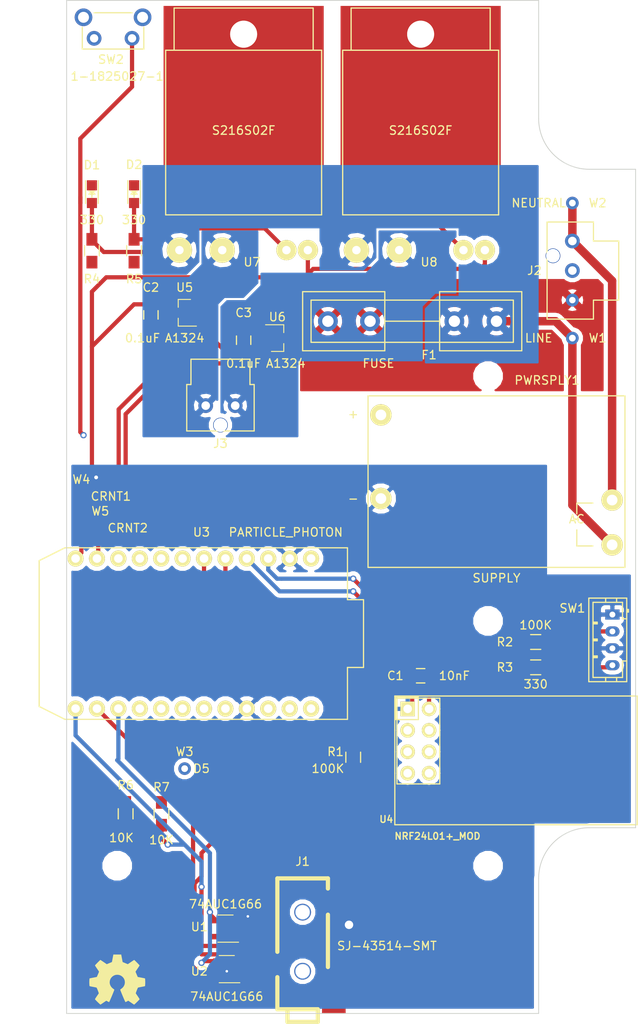
<source format=kicad_pcb>
(kicad_pcb (version 4) (host pcbnew 4.0.5)

  (general
    (links 76)
    (no_connects 26)
    (area 119.949999 29.949999 187.550001 150.050001)
    (thickness 1.6)
    (drawings 11)
    (tracks 178)
    (zones 0)
    (modules 39)
    (nets 33)
  )

  (page A4)
  (layers
    (0 F.Cu signal)
    (31 B.Cu signal)
    (32 B.Adhes user)
    (33 F.Adhes user)
    (34 B.Paste user)
    (35 F.Paste user)
    (36 B.SilkS user)
    (37 F.SilkS user)
    (38 B.Mask user)
    (39 F.Mask user)
    (40 Dwgs.User user)
    (41 Cmts.User user)
    (42 Eco1.User user)
    (43 Eco2.User user)
    (44 Edge.Cuts user)
    (45 Margin user)
    (46 B.CrtYd user)
    (47 F.CrtYd user)
    (48 B.Fab user)
    (49 F.Fab user)
  )

  (setup
    (last_trace_width 0.5)
    (user_trace_width 0.25)
    (user_trace_width 0.5)
    (user_trace_width 0.75)
    (user_trace_width 1)
    (user_trace_width 8)
    (trace_clearance 0.2)
    (zone_clearance 0.508)
    (zone_45_only no)
    (trace_min 0.25)
    (segment_width 0.1)
    (edge_width 0.1)
    (via_size 0.6)
    (via_drill 0.4)
    (via_min_size 0.5)
    (via_min_drill 0.3)
    (user_via 0.5 0.3)
    (user_via 0.75 0.45)
    (user_via 1 0.6)
    (user_via 1.5 1)
    (uvia_size 0.3)
    (uvia_drill 0.1)
    (uvias_allowed no)
    (uvia_min_size 0.2)
    (uvia_min_drill 0.1)
    (pcb_text_width 0.3)
    (pcb_text_size 1.5 1.5)
    (mod_edge_width 0.15)
    (mod_text_size 1 1)
    (mod_text_width 0.15)
    (pad_size 2.5 2.5)
    (pad_drill 2.5)
    (pad_to_mask_clearance 0)
    (aux_axis_origin 0 0)
    (visible_elements 7FFFFFFF)
    (pcbplotparams
      (layerselection 0x00030_80000001)
      (usegerberextensions false)
      (excludeedgelayer true)
      (linewidth 0.100000)
      (plotframeref false)
      (viasonmask false)
      (mode 1)
      (useauxorigin false)
      (hpglpennumber 1)
      (hpglpenspeed 20)
      (hpglpendiameter 15)
      (hpglpenoverlay 2)
      (psnegative false)
      (psa4output false)
      (plotreference true)
      (plotvalue true)
      (plotinvisibletext false)
      (padsonsilk false)
      (subtractmaskfromsilk false)
      (outputformat 1)
      (mirror false)
      (drillshape 1)
      (scaleselection 1)
      (outputdirectory ""))
  )

  (net 0 "")
  (net 1 GND)
  (net 2 +3V3)
  (net 3 "Net-(D1-Pad2)")
  (net 4 "Net-(D2-Pad2)")
  (net 5 /LINE)
  (net 6 /PIN5)
  (net 7 /PIN6)
  (net 8 /NEUTRAL)
  (net 9 GNDPWR)
  (net 10 /PWR1)
  (net 11 /PWR2)
  (net 12 /PIN23)
  (net 13 /OMNI_SW)
  (net 14 "Net-(R3-Pad1)")
  (net 15 /OMNI_LED)
  (net 16 /PIN20)
  (net 17 /PIN19)
  (net 18 /PIN13)
  (net 19 /AUX_I2C_EN)
  (net 20 /PIN14)
  (net 21 /PIN1)
  (net 22 /MOSI)
  (net 23 /MISO)
  (net 24 /PIN9)
  (net 25 /NRF_SS)
  (net 26 /CRNT1)
  (net 27 /CRNT2)
  (net 28 /PIN22)
  (net 29 /PIN18)
  (net 30 /NRF_IRQ)
  (net 31 /NRF_EN)
  (net 32 /PRE-FUSE)

  (net_class Default "This is the default net class."
    (clearance 0.2)
    (trace_width 0.25)
    (via_dia 0.6)
    (via_drill 0.4)
    (uvia_dia 0.3)
    (uvia_drill 0.1)
    (add_net +3V3)
    (add_net /AUX_I2C_EN)
    (add_net /CRNT1)
    (add_net /CRNT2)
    (add_net /LINE)
    (add_net /MISO)
    (add_net /MOSI)
    (add_net /NEUTRAL)
    (add_net /NRF_EN)
    (add_net /NRF_IRQ)
    (add_net /NRF_SS)
    (add_net /OMNI_LED)
    (add_net /OMNI_SW)
    (add_net /PIN1)
    (add_net /PIN13)
    (add_net /PIN14)
    (add_net /PIN18)
    (add_net /PIN19)
    (add_net /PIN20)
    (add_net /PIN22)
    (add_net /PIN23)
    (add_net /PIN5)
    (add_net /PIN6)
    (add_net /PIN9)
    (add_net /PRE-FUSE)
    (add_net /PWR1)
    (add_net /PWR2)
    (add_net GND)
    (add_net GNDPWR)
    (add_net "Net-(D1-Pad2)")
    (add_net "Net-(D2-Pad2)")
    (add_net "Net-(R3-Pad1)")
  )

  (module "PowerTroll Lib:NRF24L01" (layer F.Cu) (tedit 585AF7FB) (tstamp 585A9A33)
    (at 158.936 112.396 90)
    (descr NRF24L01)
    (tags "nRF 24 NRF24L01 NRF24L01+")
    (path /585907A3)
    (fp_text reference U4 (at -14.604 -1.016 180) (layer F.SilkS)
      (effects (font (size 0.8 0.8) (thickness 0.16)))
    )
    (fp_text value NRF24L01+_MOD (at -16.604 5.064 180) (layer F.SilkS)
      (effects (font (size 0.8 0.8) (thickness 0.16)))
    )
    (fp_line (start 0 0) (end -15.25 0) (layer F.SilkS) (width 0.15))
    (fp_line (start 0 28.75) (end 0 0) (layer F.SilkS) (width 0.15))
    (fp_line (start -15.25 28.75) (end 0 28.75) (layer F.SilkS) (width 0.15))
    (fp_line (start -15.25 0) (end -15.25 28.75) (layer F.SilkS) (width 0.15))
    (fp_line (start -15.25 28.8) (end 0 28.8) (layer F.CrtYd) (width 0.15))
    (fp_line (start 0 28.8) (end 0 0) (layer F.CrtYd) (width 0.15))
    (fp_line (start 0 0) (end -15.25 0) (layer F.CrtYd) (width 0.15))
    (fp_line (start -15.25 0) (end -15.25 28.8) (layer F.CrtYd) (width 0.15))
    (fp_line (start -2.794 0.127) (end -0.127 0.127) (layer F.SilkS) (width 0.15))
    (fp_line (start -0.127 0.127) (end -0.127 2.794) (layer F.SilkS) (width 0.15))
    (fp_line (start 0 0) (end -15.25 0) (layer B.CrtYd) (width 0.15))
    (fp_line (start -15.25 0) (end -15.25 28.8) (layer B.CrtYd) (width 0.15))
    (fp_line (start -15.25 28.8) (end 0 28.8) (layer B.CrtYd) (width 0.15))
    (fp_line (start 0 28.8) (end 0 0) (layer B.CrtYd) (width 0.15))
    (fp_line (start -7.874 0.254) (end -10.414 0.254) (layer F.SilkS) (width 0.15))
    (fp_line (start -10.414 0.254) (end -10.414 2.794) (layer F.SilkS) (width 0.15))
    (fp_line (start -2.794 0.254) (end -2.794 2.794) (layer F.SilkS) (width 0.15))
    (fp_line (start -2.794 2.794) (end -0.254 2.794) (layer F.SilkS) (width 0.15))
    (fp_line (start -10.894 -0.226) (end -10.894 5.824) (layer F.CrtYd) (width 0.05))
    (fp_line (start 0.256 -0.226) (end 0.256 5.824) (layer F.CrtYd) (width 0.05))
    (fp_line (start -10.894 -0.226) (end 0.256 -0.226) (layer F.CrtYd) (width 0.05))
    (fp_line (start -10.894 5.824) (end 0.256 5.824) (layer F.CrtYd) (width 0.05))
    (fp_line (start -7.874 0.254) (end -0.254 0.254) (layer F.SilkS) (width 0.15))
    (fp_line (start -0.254 0.254) (end -0.254 5.334) (layer F.SilkS) (width 0.15))
    (fp_line (start -0.254 5.334) (end -10.414 5.334) (layer F.SilkS) (width 0.15))
    (fp_line (start -10.414 5.334) (end -10.414 2.794) (layer F.SilkS) (width 0.15))
    (pad 7 thru_hole oval (at -9.144 1.524 90) (size 1.7272 1.7272) (drill 1.016) (layers *.Cu *.Mask F.SilkS)
      (net 23 /MISO))
    (pad 8 thru_hole oval (at -9.144 4.064 90) (size 1.7272 1.7272) (drill 1.016) (layers *.Cu *.Mask F.SilkS)
      (net 30 /NRF_IRQ))
    (pad 5 thru_hole oval (at -6.604 1.524 90) (size 1.7272 1.7272) (drill 1.016) (layers *.Cu *.Mask F.SilkS)
      (net 24 /PIN9))
    (pad 6 thru_hole oval (at -6.604 4.064 90) (size 1.7272 1.7272) (drill 1.016) (layers *.Cu *.Mask F.SilkS)
      (net 22 /MOSI))
    (pad 3 thru_hole oval (at -4.064 1.524 90) (size 1.7272 1.7272) (drill 1.016) (layers *.Cu *.Mask F.SilkS)
      (net 31 /NRF_EN))
    (pad 4 thru_hole oval (at -4.064 4.064 90) (size 1.7272 1.7272) (drill 1.016) (layers *.Cu *.Mask F.SilkS)
      (net 25 /NRF_SS))
    (pad 1 thru_hole rect (at -1.524 1.524 90) (size 1.7272 1.7272) (drill 1.016) (layers *.Cu *.Mask F.SilkS)
      (net 1 GND))
    (pad 2 thru_hole oval (at -1.524 4.064 90) (size 1.7272 1.7272) (drill 1.016) (layers *.Cu *.Mask F.SilkS)
      (net 2 +3V3))
    (model Socket_Strips.3dshapes/Socket_Strip_Straight_2x04.wrl
      (at (xyz -0.21 -0.11 0))
      (scale (xyz 1 1 1))
      (rotate (xyz 0 0 0))
    )
    (model Pin_Headers.3dshapes/Pin_Header_Straight_2x04.wrl
      (at (xyz -0.21 -0.11 0.442))
      (scale (xyz 1 1 1))
      (rotate (xyz 0 180 0))
    )
    (model ${MYSLOCAL}/mysensors.3dshapes/mysensors_radios.3dshapes/nrf24l01.wrl
      (at (xyz -0.3 -0.5669999999999999 0.475))
      (scale (xyz 0.395 0.395 0.395))
      (rotate (xyz 0 0 0))
    )
    (model Housings_DFN_QFN.3dshapes/QFN-20-1EP_4x4mm_Pitch0.5mm.wrl
      (at (xyz -0.22 -0.51 0.509))
      (scale (xyz 1 1 1))
      (rotate (xyz 0 0 0))
    )
    (model ${MYSLOCAL}/mysensors.3dshapes/w.lain.3dshapes/crystal/crystal_hc-49s.wrl
      (at (xyz -0.5 -0.475 0.51))
      (scale (xyz 1 1 1))
      (rotate (xyz 0 0 90))
    )
  )

  (module "PowerTroll Lib:MountingHole_2.5x4mm" (layer F.Cu) (tedit 585AEB3A) (tstamp 585AEBD8)
    (at 126 45.5)
    (descr "Mounting Hole 2.5mm, no annular")
    (tags "mounting hole 2.5mm no annular")
    (fp_text reference REF** (at 0 -3.5) (layer F.Fab) hide
      (effects (font (size 1 1) (thickness 0.15)))
    )
    (fp_text value MountingHole_2.5x4mm (at 0 3.5) (layer F.Fab) hide
      (effects (font (size 1 1) (thickness 0.15)))
    )
    (fp_circle (center 0 0) (end 2 0) (layer Cmts.User) (width 0.15))
    (fp_circle (center 0 0) (end 2.125 0) (layer F.CrtYd) (width 0.05))
    (pad 1 np_thru_hole circle (at 0 0) (size 2.5 2.5) (drill 2.5) (layers *.Cu *.Mask))
  )

  (module "PowerTroll Lib:MountingHole_2.5x4mm" (layer F.Cu) (tedit 585AEBDC) (tstamp 585AEBBA)
    (at 170 103.5)
    (descr "Mounting Hole 2.5mm, no annular")
    (tags "mounting hole 2.5mm no annular")
    (fp_text reference REF** (at 0 -3.5) (layer F.Fab) hide
      (effects (font (size 1 1) (thickness 0.15)))
    )
    (fp_text value MountingHole_2.5x4mm (at 0 3.5) (layer F.Fab) hide
      (effects (font (size 1 1) (thickness 0.15)))
    )
    (fp_circle (center 0 0) (end 2 0) (layer Cmts.User) (width 0.15))
    (fp_circle (center 0 0) (end 2.125 0) (layer F.CrtYd) (width 0.05))
    (pad 1 np_thru_hole circle (at 0 0) (size 2.5 2.5) (drill 2.5) (layers *.Cu *.Mask))
  )

  (module "PowerTroll Lib:MountingHole_2.5x4mm" (layer F.Cu) (tedit 585AEBCC) (tstamp 585AEBB4)
    (at 126 74.5)
    (descr "Mounting Hole 2.5mm, no annular")
    (tags "mounting hole 2.5mm no annular")
    (fp_text reference REF** (at 0 -3.5) (layer F.Fab) hide
      (effects (font (size 1 1) (thickness 0.15)))
    )
    (fp_text value MountingHole_2.5x4mm (at 0 3.5) (layer F.Fab)
      (effects (font (size 1 1) (thickness 0.15)))
    )
    (fp_circle (center 0 0) (end 2 0) (layer Cmts.User) (width 0.15))
    (fp_circle (center 0 0) (end 2.125 0) (layer F.CrtYd) (width 0.05))
    (pad 1 np_thru_hole circle (at 0 0) (size 2.5 2.5) (drill 2.5) (layers *.Cu *.Mask))
  )

  (module "PowerTroll Lib:MountingHole_2.5x4mm" (layer F.Cu) (tedit 585AEB6E) (tstamp 585AEBAE)
    (at 170 74.5)
    (descr "Mounting Hole 2.5mm, no annular")
    (tags "mounting hole 2.5mm no annular")
    (fp_text reference REF** (at 0 -3.5) (layer F.Fab) hide
      (effects (font (size 1 1) (thickness 0.15)))
    )
    (fp_text value MountingHole_2.5x4mm (at 0 3.5) (layer F.Fab) hide
      (effects (font (size 1 1) (thickness 0.15)))
    )
    (fp_circle (center 0 0) (end 2 0) (layer Cmts.User) (width 0.15))
    (fp_circle (center 0 0) (end 2.125 0) (layer F.CrtYd) (width 0.05))
    (pad 1 np_thru_hole circle (at 0 0) (size 2.5 2.5) (drill 2.5) (layers *.Cu *.Mask))
  )

  (module "PowerTroll Lib:MountingHole_2.5x4mm" (layer F.Cu) (tedit 585AEB9C) (tstamp 585AEB9B)
    (at 170 132.5)
    (descr "Mounting Hole 2.5mm, no annular")
    (tags "mounting hole 2.5mm no annular")
    (fp_text reference REF** (at 0 -3.5) (layer F.SilkS) hide
      (effects (font (size 1 1) (thickness 0.15)))
    )
    (fp_text value MountingHole_2.5x4mm (at 0 3.5) (layer F.Fab) hide
      (effects (font (size 1 1) (thickness 0.15)))
    )
    (fp_circle (center 0 0) (end 2 0) (layer Cmts.User) (width 0.15))
    (fp_circle (center 0 0) (end 2.125 0) (layer F.CrtYd) (width 0.05))
    (pad 1 np_thru_hole circle (at 0 0) (size 2.5 2.5) (drill 2.5) (layers *.Cu *.Mask))
  )

  (module Capacitors_SMD:C_0805 (layer F.Cu) (tedit 585AE9D7) (tstamp 585A9986)
    (at 162 110)
    (descr "Capacitor SMD 0805, reflow soldering, AVX (see smccp.pdf)")
    (tags "capacitor 0805")
    (path /58596273)
    (attr smd)
    (fp_text reference C1 (at -3 0) (layer F.SilkS)
      (effects (font (size 1 1) (thickness 0.15)))
    )
    (fp_text value 10nF (at 4 0) (layer F.SilkS)
      (effects (font (size 1 1) (thickness 0.15)))
    )
    (fp_line (start -1 0.625) (end -1 -0.625) (layer F.Fab) (width 0.15))
    (fp_line (start 1 0.625) (end -1 0.625) (layer F.Fab) (width 0.15))
    (fp_line (start 1 -0.625) (end 1 0.625) (layer F.Fab) (width 0.15))
    (fp_line (start -1 -0.625) (end 1 -0.625) (layer F.Fab) (width 0.15))
    (fp_line (start -1.8 -1) (end 1.8 -1) (layer F.CrtYd) (width 0.05))
    (fp_line (start -1.8 1) (end 1.8 1) (layer F.CrtYd) (width 0.05))
    (fp_line (start -1.8 -1) (end -1.8 1) (layer F.CrtYd) (width 0.05))
    (fp_line (start 1.8 -1) (end 1.8 1) (layer F.CrtYd) (width 0.05))
    (fp_line (start 0.5 -0.85) (end -0.5 -0.85) (layer F.SilkS) (width 0.15))
    (fp_line (start -0.5 0.85) (end 0.5 0.85) (layer F.SilkS) (width 0.15))
    (pad 1 smd rect (at -1 0) (size 1 1.25) (layers F.Cu F.Paste F.Mask)
      (net 1 GND))
    (pad 2 smd rect (at 1 0) (size 1 1.25) (layers F.Cu F.Paste F.Mask)
      (net 2 +3V3))
    (model Capacitors_SMD.3dshapes/C_0805.wrl
      (at (xyz 0 0 0))
      (scale (xyz 1 1 1))
      (rotate (xyz 0 0 0))
    )
  )

  (module Capacitors_SMD:C_0805_HandSoldering (layer F.Cu) (tedit 585AEB09) (tstamp 585A998C)
    (at 130 67.25 90)
    (descr "Capacitor SMD 0805, hand soldering")
    (tags "capacitor 0805")
    (path /55E861BA)
    (attr smd)
    (fp_text reference C2 (at 3.25 0 180) (layer F.SilkS)
      (effects (font (size 1 1) (thickness 0.15)))
    )
    (fp_text value 0.1uF (at -2.75 -1 180) (layer F.SilkS)
      (effects (font (size 1 1) (thickness 0.15)))
    )
    (fp_line (start -1 0.625) (end -1 -0.625) (layer F.Fab) (width 0.15))
    (fp_line (start 1 0.625) (end -1 0.625) (layer F.Fab) (width 0.15))
    (fp_line (start 1 -0.625) (end 1 0.625) (layer F.Fab) (width 0.15))
    (fp_line (start -1 -0.625) (end 1 -0.625) (layer F.Fab) (width 0.15))
    (fp_line (start -2.3 -1) (end 2.3 -1) (layer F.CrtYd) (width 0.05))
    (fp_line (start -2.3 1) (end 2.3 1) (layer F.CrtYd) (width 0.05))
    (fp_line (start -2.3 -1) (end -2.3 1) (layer F.CrtYd) (width 0.05))
    (fp_line (start 2.3 -1) (end 2.3 1) (layer F.CrtYd) (width 0.05))
    (fp_line (start 0.5 -0.85) (end -0.5 -0.85) (layer F.SilkS) (width 0.15))
    (fp_line (start -0.5 0.85) (end 0.5 0.85) (layer F.SilkS) (width 0.15))
    (pad 1 smd rect (at -1.25 0 90) (size 1.5 1.25) (layers F.Cu F.Paste F.Mask)
      (net 2 +3V3))
    (pad 2 smd rect (at 1.25 0 90) (size 1.5 1.25) (layers F.Cu F.Paste F.Mask)
      (net 1 GND))
    (model Capacitors_SMD.3dshapes/C_0805_HandSoldering.wrl
      (at (xyz 0 0 0))
      (scale (xyz 1 1 1))
      (rotate (xyz 0 0 0))
    )
  )

  (module Capacitors_SMD:C_0805_HandSoldering (layer F.Cu) (tedit 585AEAC8) (tstamp 585A9992)
    (at 141 70.25 270)
    (descr "Capacitor SMD 0805, hand soldering")
    (tags "capacitor 0805")
    (path /55E861B6)
    (attr smd)
    (fp_text reference C3 (at -3.25 0 360) (layer F.SilkS)
      (effects (font (size 1 1) (thickness 0.15)))
    )
    (fp_text value 0.1uF (at 2.75 0 360) (layer F.SilkS)
      (effects (font (size 1 1) (thickness 0.15)))
    )
    (fp_line (start -1 0.625) (end -1 -0.625) (layer F.Fab) (width 0.15))
    (fp_line (start 1 0.625) (end -1 0.625) (layer F.Fab) (width 0.15))
    (fp_line (start 1 -0.625) (end 1 0.625) (layer F.Fab) (width 0.15))
    (fp_line (start -1 -0.625) (end 1 -0.625) (layer F.Fab) (width 0.15))
    (fp_line (start -2.3 -1) (end 2.3 -1) (layer F.CrtYd) (width 0.05))
    (fp_line (start -2.3 1) (end 2.3 1) (layer F.CrtYd) (width 0.05))
    (fp_line (start -2.3 -1) (end -2.3 1) (layer F.CrtYd) (width 0.05))
    (fp_line (start 2.3 -1) (end 2.3 1) (layer F.CrtYd) (width 0.05))
    (fp_line (start 0.5 -0.85) (end -0.5 -0.85) (layer F.SilkS) (width 0.15))
    (fp_line (start -0.5 0.85) (end 0.5 0.85) (layer F.SilkS) (width 0.15))
    (pad 1 smd rect (at -1.25 0 270) (size 1.5 1.25) (layers F.Cu F.Paste F.Mask)
      (net 2 +3V3))
    (pad 2 smd rect (at 1.25 0 270) (size 1.5 1.25) (layers F.Cu F.Paste F.Mask)
      (net 1 GND))
    (model Capacitors_SMD.3dshapes/C_0805_HandSoldering.wrl
      (at (xyz 0 0 0))
      (scale (xyz 1 1 1))
      (rotate (xyz 0 0 0))
    )
  )

  (module LEDs:LED_0805 (layer F.Cu) (tedit 585AEB2C) (tstamp 585A9998)
    (at 123 52.95098 270)
    (descr "LED 0805 smd package")
    (tags "LED 0805 SMD")
    (path /585AACAB)
    (attr smd)
    (fp_text reference D1 (at -3.45098 0 360) (layer F.SilkS)
      (effects (font (size 1 1) (thickness 0.15)))
    )
    (fp_text value LED_GREEN (at 0 1.75 270) (layer F.Fab) hide
      (effects (font (size 1 1) (thickness 0.15)))
    )
    (fp_line (start -0.4 -0.3) (end -0.4 0.3) (layer F.Fab) (width 0.15))
    (fp_line (start -0.3 0) (end 0 -0.3) (layer F.Fab) (width 0.15))
    (fp_line (start 0 0.3) (end -0.3 0) (layer F.Fab) (width 0.15))
    (fp_line (start 0 -0.3) (end 0 0.3) (layer F.Fab) (width 0.15))
    (fp_line (start 1 -0.6) (end -1 -0.6) (layer F.Fab) (width 0.15))
    (fp_line (start 1 0.6) (end 1 -0.6) (layer F.Fab) (width 0.15))
    (fp_line (start -1 0.6) (end 1 0.6) (layer F.Fab) (width 0.15))
    (fp_line (start -1 -0.6) (end -1 0.6) (layer F.Fab) (width 0.15))
    (fp_line (start -1.6 0.75) (end 1.1 0.75) (layer F.SilkS) (width 0.15))
    (fp_line (start -1.6 -0.75) (end 1.1 -0.75) (layer F.SilkS) (width 0.15))
    (fp_line (start -0.1 0.15) (end -0.1 -0.1) (layer F.SilkS) (width 0.15))
    (fp_line (start -0.1 -0.1) (end -0.25 0.05) (layer F.SilkS) (width 0.15))
    (fp_line (start -0.35 -0.35) (end -0.35 0.35) (layer F.SilkS) (width 0.15))
    (fp_line (start 0 0) (end 0.35 0) (layer F.SilkS) (width 0.15))
    (fp_line (start -0.35 0) (end 0 -0.35) (layer F.SilkS) (width 0.15))
    (fp_line (start 0 -0.35) (end 0 0.35) (layer F.SilkS) (width 0.15))
    (fp_line (start 0 0.35) (end -0.35 0) (layer F.SilkS) (width 0.15))
    (fp_line (start 1.9 -0.95) (end 1.9 0.95) (layer F.CrtYd) (width 0.05))
    (fp_line (start 1.9 0.95) (end -1.9 0.95) (layer F.CrtYd) (width 0.05))
    (fp_line (start -1.9 0.95) (end -1.9 -0.95) (layer F.CrtYd) (width 0.05))
    (fp_line (start -1.9 -0.95) (end 1.9 -0.95) (layer F.CrtYd) (width 0.05))
    (pad 2 smd rect (at 1.04902 0 90) (size 1.19888 1.19888) (layers F.Cu F.Paste F.Mask)
      (net 3 "Net-(D1-Pad2)"))
    (pad 1 smd rect (at -1.04902 0 90) (size 1.19888 1.19888) (layers F.Cu F.Paste F.Mask)
      (net 1 GND))
    (model LEDs.3dshapes/LED_0805.wrl
      (at (xyz 0 0 0))
      (scale (xyz 1 1 1))
      (rotate (xyz 0 0 0))
    )
  )

  (module LEDs:LED_0805 (layer F.Cu) (tedit 585AEB2F) (tstamp 585A999E)
    (at 128 52.95098 270)
    (descr "LED 0805 smd package")
    (tags "LED 0805 SMD")
    (path /585AB361)
    (attr smd)
    (fp_text reference D2 (at -3.5 0 360) (layer F.SilkS)
      (effects (font (size 1 1) (thickness 0.15)))
    )
    (fp_text value LED_GREEN (at 0 1.75 270) (layer F.Fab) hide
      (effects (font (size 1 1) (thickness 0.15)))
    )
    (fp_line (start -0.4 -0.3) (end -0.4 0.3) (layer F.Fab) (width 0.15))
    (fp_line (start -0.3 0) (end 0 -0.3) (layer F.Fab) (width 0.15))
    (fp_line (start 0 0.3) (end -0.3 0) (layer F.Fab) (width 0.15))
    (fp_line (start 0 -0.3) (end 0 0.3) (layer F.Fab) (width 0.15))
    (fp_line (start 1 -0.6) (end -1 -0.6) (layer F.Fab) (width 0.15))
    (fp_line (start 1 0.6) (end 1 -0.6) (layer F.Fab) (width 0.15))
    (fp_line (start -1 0.6) (end 1 0.6) (layer F.Fab) (width 0.15))
    (fp_line (start -1 -0.6) (end -1 0.6) (layer F.Fab) (width 0.15))
    (fp_line (start -1.6 0.75) (end 1.1 0.75) (layer F.SilkS) (width 0.15))
    (fp_line (start -1.6 -0.75) (end 1.1 -0.75) (layer F.SilkS) (width 0.15))
    (fp_line (start -0.1 0.15) (end -0.1 -0.1) (layer F.SilkS) (width 0.15))
    (fp_line (start -0.1 -0.1) (end -0.25 0.05) (layer F.SilkS) (width 0.15))
    (fp_line (start -0.35 -0.35) (end -0.35 0.35) (layer F.SilkS) (width 0.15))
    (fp_line (start 0 0) (end 0.35 0) (layer F.SilkS) (width 0.15))
    (fp_line (start -0.35 0) (end 0 -0.35) (layer F.SilkS) (width 0.15))
    (fp_line (start 0 -0.35) (end 0 0.35) (layer F.SilkS) (width 0.15))
    (fp_line (start 0 0.35) (end -0.35 0) (layer F.SilkS) (width 0.15))
    (fp_line (start 1.9 -0.95) (end 1.9 0.95) (layer F.CrtYd) (width 0.05))
    (fp_line (start 1.9 0.95) (end -1.9 0.95) (layer F.CrtYd) (width 0.05))
    (fp_line (start -1.9 0.95) (end -1.9 -0.95) (layer F.CrtYd) (width 0.05))
    (fp_line (start -1.9 -0.95) (end 1.9 -0.95) (layer F.CrtYd) (width 0.05))
    (pad 2 smd rect (at 1.04902 0 90) (size 1.19888 1.19888) (layers F.Cu F.Paste F.Mask)
      (net 4 "Net-(D2-Pad2)"))
    (pad 1 smd rect (at -1.04902 0 90) (size 1.19888 1.19888) (layers F.Cu F.Paste F.Mask)
      (net 1 GND))
    (model LEDs.3dshapes/LED_0805.wrl
      (at (xyz 0 0 0))
      (scale (xyz 1 1 1))
      (rotate (xyz 0 0 0))
    )
  )

  (module Fuse_Holders_and_Fuses:Fuseholder5x20_horiz_open_inline_Type-I (layer F.Cu) (tedit 585AEB65) (tstamp 585A99A6)
    (at 160.99874 68 180)
    (descr "Fuseholder, 5x20, open, horizontal, Type-I, Inline,")
    (tags "Fuseholder, 5x20, open, horizontal, Type-I, Inline, Sicherungshalter, offen,")
    (path /55E861CE)
    (fp_text reference F1 (at -2.00126 -4 180) (layer F.SilkS)
      (effects (font (size 1 1) (thickness 0.15)))
    )
    (fp_text value FUSE (at 3.99874 -5 180) (layer F.SilkS)
      (effects (font (size 1 1) (thickness 0.15)))
    )
    (fp_line (start 3.2512 0) (end -3.2512 0) (layer F.SilkS) (width 0.15))
    (fp_line (start 3.2512 -3.50012) (end 3.2512 3.50012) (layer F.SilkS) (width 0.15))
    (fp_line (start 11.99896 3.50012) (end 3.2512 3.50012) (layer F.SilkS) (width 0.15))
    (fp_line (start 11.99896 -3.50012) (end 3.2512 -3.50012) (layer F.SilkS) (width 0.15))
    (fp_line (start -10.74928 2.49936) (end -11.99896 2.49936) (layer F.SilkS) (width 0.15))
    (fp_line (start -10.50036 -2.49936) (end -11.99896 -2.49936) (layer F.SilkS) (width 0.15))
    (fp_line (start 1.50114 2.49936) (end -10.74928 2.49936) (layer F.SilkS) (width 0.15))
    (fp_line (start 1.24968 -2.49936) (end -10.50036 -2.49936) (layer F.SilkS) (width 0.15))
    (fp_line (start 11.99896 2.49936) (end 1.50114 2.49936) (layer F.SilkS) (width 0.15))
    (fp_line (start 11.99896 -2.49936) (end 1.24968 -2.49936) (layer F.SilkS) (width 0.15))
    (fp_line (start 11.99896 -2.49936) (end 11.99896 2.49936) (layer F.SilkS) (width 0.15))
    (fp_line (start 12.99972 -3.50012) (end 11.99896 -3.50012) (layer F.SilkS) (width 0.15))
    (fp_line (start 12.99972 -3.50012) (end 12.99972 3.50012) (layer F.SilkS) (width 0.15))
    (fp_line (start 12.99972 3.50012) (end 11.99896 3.50012) (layer F.SilkS) (width 0.15))
    (fp_line (start -11.99896 -2.49936) (end -11.99896 2.49936) (layer F.SilkS) (width 0.15))
    (fp_line (start -3.2512 -3.50012) (end -12.99972 -3.50012) (layer F.SilkS) (width 0.15))
    (fp_line (start -12.99972 -3.50012) (end -12.99972 3.50012) (layer F.SilkS) (width 0.15))
    (fp_line (start -3.2512 3.50012) (end -12.99972 3.50012) (layer F.SilkS) (width 0.15))
    (fp_line (start -3.2512 -3.50012) (end -3.2512 3.50012) (layer F.SilkS) (width 0.15))
    (pad 2 thru_hole circle (at 5.00126 0 180) (size 2.3495 2.3495) (drill 1.34874) (layers *.Cu *.Mask)
      (net 32 /PRE-FUSE))
    (pad 2 thru_hole circle (at 9.99998 0 180) (size 2.3495 2.3495) (drill 1.34874) (layers *.Cu *.Mask)
      (net 32 /PRE-FUSE))
    (pad 1 thru_hole circle (at -5.00126 0 180) (size 2.3495 2.3495) (drill 1.34874) (layers *.Cu *.Mask)
      (net 5 /LINE))
    (pad 1 thru_hole circle (at -9.99998 0 180) (size 2.3495 2.3495) (drill 1.34874) (layers *.Cu *.Mask)
      (net 5 /LINE))
  )

  (module "PowerTroll Lib:SJ-43514-SMT" (layer F.Cu) (tedit 585AEA31) (tstamp 585A99B0)
    (at 148 141.5 90)
    (path /58588A86)
    (fp_text reference J1 (at 9.5 0 180) (layer F.SilkS)
      (effects (font (size 1 1) (thickness 0.15)))
    )
    (fp_text value SJ-43514-SMT (at -0.5 10 180) (layer F.SilkS)
      (effects (font (size 1 1) (thickness 0.15)))
    )
    (fp_line (start -8 1.8) (end -9.5 1.8) (layer F.SilkS) (width 0.5))
    (fp_line (start -9.5 1.8) (end -9.5 -1.8) (layer F.SilkS) (width 0.5))
    (fp_line (start -9.5 -1.8) (end -8 -1.8) (layer F.SilkS) (width 0.5))
    (fp_line (start -8 -3) (end -4.2 -3) (layer F.SilkS) (width 0.5))
    (fp_line (start 7.5 3) (end 6.3 3) (layer F.SilkS) (width 0.5))
    (fp_line (start -3 3) (end 3.2 3) (layer F.SilkS) (width 0.5))
    (fp_line (start 7.5 -3) (end 7.5 3) (layer F.SilkS) (width 0.5))
    (fp_line (start -1.2 -3) (end 7.5 -3) (layer F.SilkS) (width 0.5))
    (fp_line (start -8 -3) (end -8 1.8) (layer F.SilkS) (width 0.5))
    (pad 2 smd rect (at 4.8 3.7 90) (size 2.2 2.8) (layers F.Cu F.Paste F.Mask)
      (net 1 GND))
    (pad 3 smd rect (at -2.7 -3.7 90) (size 2.2 2.8) (layers F.Cu F.Paste F.Mask)
      (net 7 /PIN6))
    (pad 4 smd rect (at -4.6 3.7 90) (size 2.2 2.8) (layers F.Cu F.Paste F.Mask)
      (net 6 /PIN5))
    (pad "" np_thru_hole circle (at -3.5 0 90) (size 2 2) (drill 1.7) (layers *.Cu *.Mask))
    (pad 1 smd rect (at -7.4 3.7 90) (size 2.2 2.8) (layers F.Cu F.Paste F.Mask)
      (net 2 +3V3))
    (pad "" np_thru_hole circle (at 3.5 0 90) (size 2 2) (drill 1.7) (layers *.Cu *.Mask))
  )

  (module Connectors_Molex:Molex_UltraFit-1722861103_3x3.50mm_Straight (layer F.Cu) (tedit 585A855E) (tstamp 585A99B8)
    (at 180 62 270)
    (path /55E9DE65)
    (fp_text reference J2 (at 0 4.5 360) (layer F.SilkS)
      (effects (font (size 1 1) (thickness 0.15)))
    )
    (fp_text value CONN_01X03 (at 0 -10 360) (layer F.Fab) hide
      (effects (font (size 1 1) (thickness 0.15)))
    )
    (fp_line (start -5.75 -2.5) (end -5.75 3) (layer F.SilkS) (width 0.15))
    (fp_line (start -3.5 -2.5) (end -5.75 -2.5) (layer F.SilkS) (width 0.15))
    (fp_line (start -3.5 -5.5) (end -3.5 -2.5) (layer F.SilkS) (width 0.15))
    (fp_line (start 3.5 -5.5) (end -3.5 -5.5) (layer F.SilkS) (width 0.15))
    (fp_line (start 3.5 -2.5) (end 3.5 -5.5) (layer F.SilkS) (width 0.15))
    (fp_line (start 5.75 -2.5) (end 3.5 -2.5) (layer F.SilkS) (width 0.15))
    (fp_line (start 5.75 3) (end 5.75 -2.5) (layer F.SilkS) (width 0.15))
    (fp_line (start -5.75 3) (end 5.75 3) (layer F.SilkS) (width 0.15))
    (pad 1 thru_hole circle (at -3.5 0 270) (size 1.75 1.75) (drill 1.02) (layers *.Cu *.Mask)
      (net 8 /NEUTRAL))
    (pad 2 thru_hole circle (at 0 0 270) (size 1.75 1.75) (drill 1.02) (layers *.Cu *.Mask)
      (net 9 GNDPWR))
    (pad "" np_thru_hole circle (at -1.75 2.3 270) (size 1.75 1.75) (drill 1.6) (layers *.Cu *.Mask))
    (pad 3 thru_hole circle (at 3.5 0 270) (size 1.524 1.524) (drill 0.762) (layers *.Cu *.Mask)
      (net 32 /PRE-FUSE))
  )

  (module Connectors_Molex:Molex_UltraFit-1722861102_2x3.50mm_Straight (layer F.Cu) (tedit 585A856F) (tstamp 585A99BF)
    (at 138.25 78)
    (path /58586CDB)
    (fp_text reference J3 (at 0 4.5) (layer F.SilkS)
      (effects (font (size 1 1) (thickness 0.15)))
    )
    (fp_text value CONN_01X02 (at 5.75 0 90) (layer F.Fab) hide
      (effects (font (size 1 1) (thickness 0.15)))
    )
    (fp_line (start -4 -2.5) (end -4 3) (layer F.SilkS) (width 0.15))
    (fp_line (start -3.5 -2.5) (end -4 -2.5) (layer F.SilkS) (width 0.15))
    (fp_line (start -3.5 -5.5) (end -3.5 -2.5) (layer F.SilkS) (width 0.15))
    (fp_line (start 3.5 -5.5) (end -3.5 -5.5) (layer F.SilkS) (width 0.15))
    (fp_line (start 3.5 -2.5) (end 3.5 -5.5) (layer F.SilkS) (width 0.15))
    (fp_line (start 4 -2.5) (end 3.5 -2.5) (layer F.SilkS) (width 0.15))
    (fp_line (start 4 3) (end 4 -2.5) (layer F.SilkS) (width 0.15))
    (fp_line (start -4 3) (end 4 3) (layer F.SilkS) (width 0.15))
    (pad 1 thru_hole circle (at -1.75 0) (size 1.75 1.75) (drill 1.02) (layers *.Cu *.Mask)
      (net 10 /PWR1))
    (pad 2 thru_hole circle (at 1.75 0) (size 1.75 1.75) (drill 1.02) (layers *.Cu *.Mask)
      (net 11 /PWR2))
    (pad "" np_thru_hole circle (at 0 2.3) (size 1.75 1.75) (drill 1.6) (layers *.Cu *.Mask))
  )

  (module Symbols:OSHW-Symbol_6.7x6mm_SilkScreen (layer F.Cu) (tedit 0) (tstamp 585A99C3)
    (at 126 146)
    (descr "Open Source Hardware Symbol")
    (tags "Logo Symbol OSHW")
    (path /58595C9C)
    (attr virtual)
    (fp_text reference LOGO1 (at 0 0) (layer F.SilkS) hide
      (effects (font (size 1 1) (thickness 0.15)))
    )
    (fp_text value OPEN_HARDWARE_2 (at 0.75 0) (layer F.Fab) hide
      (effects (font (size 1 1) (thickness 0.15)))
    )
    (fp_poly (pts (xy 0.555814 -2.531069) (xy 0.639635 -2.086445) (xy 0.94892 -1.958947) (xy 1.258206 -1.831449)
      (xy 1.629246 -2.083754) (xy 1.733157 -2.154004) (xy 1.827087 -2.216728) (xy 1.906652 -2.269062)
      (xy 1.96747 -2.308143) (xy 2.005157 -2.331107) (xy 2.015421 -2.336058) (xy 2.03391 -2.323324)
      (xy 2.07342 -2.288118) (xy 2.129522 -2.234938) (xy 2.197787 -2.168282) (xy 2.273786 -2.092646)
      (xy 2.353092 -2.012528) (xy 2.431275 -1.932426) (xy 2.503907 -1.856836) (xy 2.566559 -1.790255)
      (xy 2.614803 -1.737182) (xy 2.64421 -1.702113) (xy 2.651241 -1.690377) (xy 2.641123 -1.66874)
      (xy 2.612759 -1.621338) (xy 2.569129 -1.552807) (xy 2.513218 -1.467785) (xy 2.448006 -1.370907)
      (xy 2.410219 -1.31565) (xy 2.341343 -1.214752) (xy 2.28014 -1.123701) (xy 2.229578 -1.04703)
      (xy 2.192628 -0.989272) (xy 2.172258 -0.954957) (xy 2.169197 -0.947746) (xy 2.176136 -0.927252)
      (xy 2.195051 -0.879487) (xy 2.223087 -0.811168) (xy 2.257391 -0.729011) (xy 2.295109 -0.63973)
      (xy 2.333387 -0.550042) (xy 2.36937 -0.466662) (xy 2.400206 -0.396306) (xy 2.423039 -0.34569)
      (xy 2.435017 -0.321529) (xy 2.435724 -0.320578) (xy 2.454531 -0.315964) (xy 2.504618 -0.305672)
      (xy 2.580793 -0.290713) (xy 2.677865 -0.272099) (xy 2.790643 -0.250841) (xy 2.856442 -0.238582)
      (xy 2.97695 -0.215638) (xy 3.085797 -0.193805) (xy 3.177476 -0.174278) (xy 3.246481 -0.158252)
      (xy 3.287304 -0.146921) (xy 3.295511 -0.143326) (xy 3.303548 -0.118994) (xy 3.310033 -0.064041)
      (xy 3.31497 0.015108) (xy 3.318364 0.112026) (xy 3.320218 0.220287) (xy 3.320538 0.333465)
      (xy 3.319327 0.445135) (xy 3.31659 0.548868) (xy 3.312331 0.638241) (xy 3.306555 0.706826)
      (xy 3.299267 0.748197) (xy 3.294895 0.75681) (xy 3.268764 0.767133) (xy 3.213393 0.781892)
      (xy 3.136107 0.799352) (xy 3.04423 0.81778) (xy 3.012158 0.823741) (xy 2.857524 0.852066)
      (xy 2.735375 0.874876) (xy 2.641673 0.89308) (xy 2.572384 0.907583) (xy 2.523471 0.919292)
      (xy 2.490897 0.929115) (xy 2.470628 0.937956) (xy 2.458626 0.946724) (xy 2.456947 0.948457)
      (xy 2.440184 0.976371) (xy 2.414614 1.030695) (xy 2.382788 1.104777) (xy 2.34726 1.191965)
      (xy 2.310583 1.285608) (xy 2.275311 1.379052) (xy 2.243996 1.465647) (xy 2.219193 1.53874)
      (xy 2.203454 1.591678) (xy 2.199332 1.617811) (xy 2.199676 1.618726) (xy 2.213641 1.640086)
      (xy 2.245322 1.687084) (xy 2.291391 1.754827) (xy 2.348518 1.838423) (xy 2.413373 1.932982)
      (xy 2.431843 1.959854) (xy 2.497699 2.057275) (xy 2.55565 2.146163) (xy 2.602538 2.221412)
      (xy 2.635207 2.27792) (xy 2.6505 2.310581) (xy 2.651241 2.314593) (xy 2.638392 2.335684)
      (xy 2.602888 2.377464) (xy 2.549293 2.435445) (xy 2.482171 2.505135) (xy 2.406087 2.582045)
      (xy 2.325604 2.661683) (xy 2.245287 2.739561) (xy 2.169699 2.811186) (xy 2.103405 2.87207)
      (xy 2.050969 2.917721) (xy 2.016955 2.94365) (xy 2.007545 2.947883) (xy 1.985643 2.937912)
      (xy 1.9408 2.91102) (xy 1.880321 2.871736) (xy 1.833789 2.840117) (xy 1.749475 2.782098)
      (xy 1.649626 2.713784) (xy 1.549473 2.645579) (xy 1.495627 2.609075) (xy 1.313371 2.4858)
      (xy 1.160381 2.56852) (xy 1.090682 2.604759) (xy 1.031414 2.632926) (xy 0.991311 2.648991)
      (xy 0.981103 2.651226) (xy 0.968829 2.634722) (xy 0.944613 2.588082) (xy 0.910263 2.515609)
      (xy 0.867588 2.421606) (xy 0.818394 2.310374) (xy 0.76449 2.186215) (xy 0.707684 2.053432)
      (xy 0.649782 1.916327) (xy 0.592593 1.779202) (xy 0.537924 1.646358) (xy 0.487584 1.522098)
      (xy 0.44338 1.410725) (xy 0.407119 1.316539) (xy 0.380609 1.243844) (xy 0.365658 1.196941)
      (xy 0.363254 1.180833) (xy 0.382311 1.160286) (xy 0.424036 1.126933) (xy 0.479706 1.087702)
      (xy 0.484378 1.084599) (xy 0.628264 0.969423) (xy 0.744283 0.835053) (xy 0.83143 0.685784)
      (xy 0.888699 0.525913) (xy 0.915086 0.359737) (xy 0.909585 0.191552) (xy 0.87119 0.025655)
      (xy 0.798895 -0.133658) (xy 0.777626 -0.168513) (xy 0.666996 -0.309263) (xy 0.536302 -0.422286)
      (xy 0.390064 -0.506997) (xy 0.232808 -0.562806) (xy 0.069057 -0.589126) (xy -0.096667 -0.58537)
      (xy -0.259838 -0.55095) (xy -0.415935 -0.485277) (xy -0.560433 -0.387765) (xy -0.605131 -0.348187)
      (xy -0.718888 -0.224297) (xy -0.801782 -0.093876) (xy -0.858644 0.052315) (xy -0.890313 0.197088)
      (xy -0.898131 0.35986) (xy -0.872062 0.52344) (xy -0.814755 0.682298) (xy -0.728856 0.830906)
      (xy -0.617014 0.963735) (xy -0.481877 1.075256) (xy -0.464117 1.087011) (xy -0.40785 1.125508)
      (xy -0.365077 1.158863) (xy -0.344628 1.18016) (xy -0.344331 1.180833) (xy -0.348721 1.203871)
      (xy -0.366124 1.256157) (xy -0.394732 1.33339) (xy -0.432735 1.431268) (xy -0.478326 1.545491)
      (xy -0.529697 1.671758) (xy -0.585038 1.805767) (xy -0.642542 1.943218) (xy -0.700399 2.079808)
      (xy -0.756802 2.211237) (xy -0.809942 2.333205) (xy -0.85801 2.441409) (xy -0.899199 2.531549)
      (xy -0.931699 2.599323) (xy -0.953703 2.64043) (xy -0.962564 2.651226) (xy -0.98964 2.642819)
      (xy -1.040303 2.620272) (xy -1.105817 2.587613) (xy -1.141841 2.56852) (xy -1.294832 2.4858)
      (xy -1.477088 2.609075) (xy -1.570125 2.672228) (xy -1.671985 2.741727) (xy -1.767438 2.807165)
      (xy -1.81525 2.840117) (xy -1.882495 2.885273) (xy -1.939436 2.921057) (xy -1.978646 2.942938)
      (xy -1.991381 2.947563) (xy -2.009917 2.935085) (xy -2.050941 2.900252) (xy -2.110475 2.846678)
      (xy -2.184542 2.777983) (xy -2.269165 2.697781) (xy -2.322685 2.646286) (xy -2.416319 2.554286)
      (xy -2.497241 2.471999) (xy -2.562177 2.402945) (xy -2.607858 2.350644) (xy -2.631011 2.318616)
      (xy -2.633232 2.312116) (xy -2.622924 2.287394) (xy -2.594439 2.237405) (xy -2.550937 2.167212)
      (xy -2.495577 2.081875) (xy -2.43152 1.986456) (xy -2.413303 1.959854) (xy -2.346927 1.863167)
      (xy -2.287378 1.776117) (xy -2.237984 1.703595) (xy -2.202075 1.650493) (xy -2.182981 1.621703)
      (xy -2.181136 1.618726) (xy -2.183895 1.595782) (xy -2.198538 1.545336) (xy -2.222513 1.474041)
      (xy -2.253266 1.388547) (xy -2.288244 1.295507) (xy -2.324893 1.201574) (xy -2.360661 1.113399)
      (xy -2.392994 1.037634) (xy -2.419338 0.980931) (xy -2.437142 0.949943) (xy -2.438407 0.948457)
      (xy -2.449294 0.939601) (xy -2.467682 0.930843) (xy -2.497606 0.921277) (xy -2.543103 0.909996)
      (xy -2.608209 0.896093) (xy -2.696961 0.878663) (xy -2.813393 0.856798) (xy -2.961542 0.829591)
      (xy -2.993618 0.823741) (xy -3.088686 0.805374) (xy -3.171565 0.787405) (xy -3.23493 0.771569)
      (xy -3.271458 0.7596) (xy -3.276356 0.75681) (xy -3.284427 0.732072) (xy -3.290987 0.67679)
      (xy -3.296033 0.597389) (xy -3.299559 0.500296) (xy -3.301561 0.391938) (xy -3.302036 0.27874)
      (xy -3.300977 0.167128) (xy -3.298382 0.063529) (xy -3.294246 -0.025632) (xy -3.288563 -0.093928)
      (xy -3.281331 -0.134934) (xy -3.276971 -0.143326) (xy -3.252698 -0.151792) (xy -3.197426 -0.165565)
      (xy -3.116662 -0.18345) (xy -3.015912 -0.204252) (xy -2.900683 -0.226777) (xy -2.837902 -0.238582)
      (xy -2.718787 -0.260849) (xy -2.612565 -0.281021) (xy -2.524427 -0.298085) (xy -2.459566 -0.311031)
      (xy -2.423174 -0.318845) (xy -2.417184 -0.320578) (xy -2.407061 -0.34011) (xy -2.385662 -0.387157)
      (xy -2.355839 -0.454997) (xy -2.320445 -0.536909) (xy -2.282332 -0.626172) (xy -2.244353 -0.716065)
      (xy -2.20936 -0.799865) (xy -2.180206 -0.870853) (xy -2.159743 -0.922306) (xy -2.150823 -0.947503)
      (xy -2.150657 -0.948604) (xy -2.160769 -0.968481) (xy -2.189117 -1.014223) (xy -2.232723 -1.081283)
      (xy -2.288606 -1.165116) (xy -2.353787 -1.261174) (xy -2.391679 -1.31635) (xy -2.460725 -1.417519)
      (xy -2.52205 -1.50937) (xy -2.572663 -1.587256) (xy -2.609571 -1.646531) (xy -2.629782 -1.682549)
      (xy -2.632701 -1.690623) (xy -2.620153 -1.709416) (xy -2.585463 -1.749543) (xy -2.533063 -1.806507)
      (xy -2.467384 -1.875815) (xy -2.392856 -1.952969) (xy -2.313913 -2.033475) (xy -2.234983 -2.112837)
      (xy -2.1605 -2.18656) (xy -2.094894 -2.250148) (xy -2.042596 -2.299106) (xy -2.008039 -2.328939)
      (xy -1.996478 -2.336058) (xy -1.977654 -2.326047) (xy -1.932631 -2.297922) (xy -1.865787 -2.254546)
      (xy -1.781499 -2.198782) (xy -1.684144 -2.133494) (xy -1.610707 -2.083754) (xy -1.239667 -1.831449)
      (xy -0.621095 -2.086445) (xy -0.537275 -2.531069) (xy -0.453454 -2.975693) (xy 0.471994 -2.975693)
      (xy 0.555814 -2.531069)) (layer F.SilkS) (width 0.01))
  )

  (module "PowerTroll Lib:PowerSupply" (layer F.Cu) (tedit 585A88D7) (tstamp 585A99CB)
    (at 171 87 180)
    (path /55E861CF)
    (fp_text reference PWRSPLY1 (at -6 12 180) (layer F.SilkS)
      (effects (font (size 1 1) (thickness 0.15)))
    )
    (fp_text value SUPPLY (at 0 -11.43 180) (layer F.SilkS)
      (effects (font (size 1 1) (thickness 0.15)))
    )
    (fp_text user AC (at -9.525 -4.445 180) (layer F.SilkS)
      (effects (font (size 1 1) (thickness 0.15)))
    )
    (fp_text user ~ (at -9.525 -4.445 180) (layer F.SilkS)
      (effects (font (size 1 1) (thickness 0.15)))
    )
    (fp_line (start -11.43 -2.54) (end -9.525 -2.54) (layer F.SilkS) (width 0.15))
    (fp_line (start -9.525 -2.54) (end -9.525 -3.81) (layer F.SilkS) (width 0.15))
    (fp_line (start -11.43 -7.62) (end -9.525 -7.62) (layer F.SilkS) (width 0.15))
    (fp_line (start -9.525 -7.62) (end -9.525 -5.715) (layer F.SilkS) (width 0.15))
    (fp_text user + (at 17 8 180) (layer F.SilkS)
      (effects (font (size 1 1) (thickness 0.15)))
    )
    (fp_text user - (at 17 -2 180) (layer F.SilkS)
      (effects (font (size 1 1) (thickness 0.15)))
    )
    (fp_line (start -15.24 3.81) (end -15.24 10.16) (layer F.SilkS) (width 0.15))
    (fp_line (start -15.24 10.16) (end 15.24 10.16) (layer F.SilkS) (width 0.15))
    (fp_line (start 15.24 10.16) (end 15.24 -10.16) (layer F.SilkS) (width 0.15))
    (fp_line (start 15.24 -10.16) (end -15.24 -10.16) (layer F.SilkS) (width 0.15))
    (fp_line (start -15.24 -10.16) (end -15.24 0) (layer F.SilkS) (width 0.15))
    (fp_line (start -15.24 0) (end -15.24 3.81) (layer F.SilkS) (width 0.15))
    (pad 1 thru_hole circle (at -13.716 -7.493 180) (size 2.54 2.54) (drill 1.27) (layers *.Cu *.Mask F.SilkS)
      (net 5 /LINE))
    (pad 2 thru_hole circle (at -13.716 -2.1844 180) (size 2.54 2.54) (drill 1.27) (layers *.Cu *.Mask F.SilkS)
      (net 8 /NEUTRAL))
    (pad 4 thru_hole circle (at 13.716 -2.0066 180) (size 2.54 2.54) (drill 1.27) (layers *.Cu *.Mask F.SilkS)
      (net 1 GND))
    (pad 3 thru_hole circle (at 13.716 7.8994 180) (size 2.54 2.54) (drill 1.27) (layers *.Cu *.Mask F.SilkS)
      (net 2 +3V3))
    (model PowerSupply.wrl
      (at (xyz 0 0 0))
      (scale (xyz 0.3937 0.3937 0.3937))
      (rotate (xyz 0 0 180))
    )
  )

  (module Resistors_SMD:R_0805_HandSoldering (layer F.Cu) (tedit 585AEA7C) (tstamp 585A99D1)
    (at 154 119.65 90)
    (descr "Resistor SMD 0805, hand soldering")
    (tags "resistor 0805")
    (path /55EA0F0A)
    (attr smd)
    (fp_text reference R1 (at 0.65 -2.1 180) (layer F.SilkS)
      (effects (font (size 1 1) (thickness 0.15)))
    )
    (fp_text value 100K (at -1.35 -3 180) (layer F.SilkS)
      (effects (font (size 1 1) (thickness 0.15)))
    )
    (fp_line (start -1 0.625) (end -1 -0.625) (layer F.Fab) (width 0.1))
    (fp_line (start 1 0.625) (end -1 0.625) (layer F.Fab) (width 0.1))
    (fp_line (start 1 -0.625) (end 1 0.625) (layer F.Fab) (width 0.1))
    (fp_line (start -1 -0.625) (end 1 -0.625) (layer F.Fab) (width 0.1))
    (fp_line (start -2.4 -1) (end 2.4 -1) (layer F.CrtYd) (width 0.05))
    (fp_line (start -2.4 1) (end 2.4 1) (layer F.CrtYd) (width 0.05))
    (fp_line (start -2.4 -1) (end -2.4 1) (layer F.CrtYd) (width 0.05))
    (fp_line (start 2.4 -1) (end 2.4 1) (layer F.CrtYd) (width 0.05))
    (fp_line (start 0.6 0.875) (end -0.6 0.875) (layer F.SilkS) (width 0.15))
    (fp_line (start -0.6 -0.875) (end 0.6 -0.875) (layer F.SilkS) (width 0.15))
    (pad 1 smd rect (at -1.35 0 90) (size 1.5 1.3) (layers F.Cu F.Paste F.Mask)
      (net 12 /PIN23))
    (pad 2 smd rect (at 1.35 0 90) (size 1.5 1.3) (layers F.Cu F.Paste F.Mask)
      (net 2 +3V3))
    (model Resistors_SMD.3dshapes/R_0805_HandSoldering.wrl
      (at (xyz 0 0 0))
      (scale (xyz 1 1 1))
      (rotate (xyz 0 0 0))
    )
  )

  (module Resistors_SMD:R_0805_HandSoldering (layer F.Cu) (tedit 585AE9E9) (tstamp 585A99D7)
    (at 175.65 106)
    (descr "Resistor SMD 0805, hand soldering")
    (tags "resistor 0805")
    (path /585A0035)
    (attr smd)
    (fp_text reference R2 (at -3.65 0) (layer F.SilkS)
      (effects (font (size 1 1) (thickness 0.15)))
    )
    (fp_text value 100K (at 0 -2) (layer F.SilkS)
      (effects (font (size 1 1) (thickness 0.15)))
    )
    (fp_line (start -1 0.625) (end -1 -0.625) (layer F.Fab) (width 0.1))
    (fp_line (start 1 0.625) (end -1 0.625) (layer F.Fab) (width 0.1))
    (fp_line (start 1 -0.625) (end 1 0.625) (layer F.Fab) (width 0.1))
    (fp_line (start -1 -0.625) (end 1 -0.625) (layer F.Fab) (width 0.1))
    (fp_line (start -2.4 -1) (end 2.4 -1) (layer F.CrtYd) (width 0.05))
    (fp_line (start -2.4 1) (end 2.4 1) (layer F.CrtYd) (width 0.05))
    (fp_line (start -2.4 -1) (end -2.4 1) (layer F.CrtYd) (width 0.05))
    (fp_line (start 2.4 -1) (end 2.4 1) (layer F.CrtYd) (width 0.05))
    (fp_line (start 0.6 0.875) (end -0.6 0.875) (layer F.SilkS) (width 0.15))
    (fp_line (start -0.6 -0.875) (end 0.6 -0.875) (layer F.SilkS) (width 0.15))
    (pad 1 smd rect (at -1.35 0) (size 1.5 1.3) (layers F.Cu F.Paste F.Mask)
      (net 2 +3V3))
    (pad 2 smd rect (at 1.35 0) (size 1.5 1.3) (layers F.Cu F.Paste F.Mask)
      (net 13 /OMNI_SW))
    (model Resistors_SMD.3dshapes/R_0805_HandSoldering.wrl
      (at (xyz 0 0 0))
      (scale (xyz 1 1 1))
      (rotate (xyz 0 0 0))
    )
  )

  (module Resistors_SMD:R_0805_HandSoldering (layer F.Cu) (tedit 585AE9F2) (tstamp 585A99DD)
    (at 175.65 109 180)
    (descr "Resistor SMD 0805, hand soldering")
    (tags "resistor 0805")
    (path /5859FA80)
    (attr smd)
    (fp_text reference R3 (at 3.65 0 180) (layer F.SilkS)
      (effects (font (size 1 1) (thickness 0.15)))
    )
    (fp_text value 330 (at 0 -2 180) (layer F.SilkS)
      (effects (font (size 1 1) (thickness 0.15)))
    )
    (fp_line (start -1 0.625) (end -1 -0.625) (layer F.Fab) (width 0.1))
    (fp_line (start 1 0.625) (end -1 0.625) (layer F.Fab) (width 0.1))
    (fp_line (start 1 -0.625) (end 1 0.625) (layer F.Fab) (width 0.1))
    (fp_line (start -1 -0.625) (end 1 -0.625) (layer F.Fab) (width 0.1))
    (fp_line (start -2.4 -1) (end 2.4 -1) (layer F.CrtYd) (width 0.05))
    (fp_line (start -2.4 1) (end 2.4 1) (layer F.CrtYd) (width 0.05))
    (fp_line (start -2.4 -1) (end -2.4 1) (layer F.CrtYd) (width 0.05))
    (fp_line (start 2.4 -1) (end 2.4 1) (layer F.CrtYd) (width 0.05))
    (fp_line (start 0.6 0.875) (end -0.6 0.875) (layer F.SilkS) (width 0.15))
    (fp_line (start -0.6 -0.875) (end 0.6 -0.875) (layer F.SilkS) (width 0.15))
    (pad 1 smd rect (at -1.35 0 180) (size 1.5 1.3) (layers F.Cu F.Paste F.Mask)
      (net 14 "Net-(R3-Pad1)"))
    (pad 2 smd rect (at 1.35 0 180) (size 1.5 1.3) (layers F.Cu F.Paste F.Mask)
      (net 15 /OMNI_LED))
    (model Resistors_SMD.3dshapes/R_0805_HandSoldering.wrl
      (at (xyz 0 0 0))
      (scale (xyz 1 1 1))
      (rotate (xyz 0 0 0))
    )
  )

  (module Resistors_SMD:R_0805_HandSoldering (layer F.Cu) (tedit 585AEB1F) (tstamp 585A99E3)
    (at 123 59.65 90)
    (descr "Resistor SMD 0805, hand soldering")
    (tags "resistor 0805")
    (path /55E861B3)
    (attr smd)
    (fp_text reference R4 (at -3.35 0 180) (layer F.SilkS)
      (effects (font (size 1 1) (thickness 0.15)))
    )
    (fp_text value 330 (at 3.65 0 180) (layer F.SilkS)
      (effects (font (size 1 1) (thickness 0.15)))
    )
    (fp_line (start -1 0.625) (end -1 -0.625) (layer F.Fab) (width 0.1))
    (fp_line (start 1 0.625) (end -1 0.625) (layer F.Fab) (width 0.1))
    (fp_line (start 1 -0.625) (end 1 0.625) (layer F.Fab) (width 0.1))
    (fp_line (start -1 -0.625) (end 1 -0.625) (layer F.Fab) (width 0.1))
    (fp_line (start -2.4 -1) (end 2.4 -1) (layer F.CrtYd) (width 0.05))
    (fp_line (start -2.4 1) (end 2.4 1) (layer F.CrtYd) (width 0.05))
    (fp_line (start -2.4 -1) (end -2.4 1) (layer F.CrtYd) (width 0.05))
    (fp_line (start 2.4 -1) (end 2.4 1) (layer F.CrtYd) (width 0.05))
    (fp_line (start 0.6 0.875) (end -0.6 0.875) (layer F.SilkS) (width 0.15))
    (fp_line (start -0.6 -0.875) (end 0.6 -0.875) (layer F.SilkS) (width 0.15))
    (pad 1 smd rect (at -1.35 0 90) (size 1.5 1.3) (layers F.Cu F.Paste F.Mask)
      (net 17 /PIN19))
    (pad 2 smd rect (at 1.35 0 90) (size 1.5 1.3) (layers F.Cu F.Paste F.Mask)
      (net 3 "Net-(D1-Pad2)"))
    (model Resistors_SMD.3dshapes/R_0805_HandSoldering.wrl
      (at (xyz 0 0 0))
      (scale (xyz 1 1 1))
      (rotate (xyz 0 0 0))
    )
  )

  (module Resistors_SMD:R_0805_HandSoldering (layer F.Cu) (tedit 585AEB25) (tstamp 585A99E9)
    (at 128 59.65 90)
    (descr "Resistor SMD 0805, hand soldering")
    (tags "resistor 0805")
    (path /55E861B2)
    (attr smd)
    (fp_text reference R5 (at -3.35 0 180) (layer F.SilkS)
      (effects (font (size 1 1) (thickness 0.15)))
    )
    (fp_text value 330 (at 3.65 0 180) (layer F.SilkS)
      (effects (font (size 1 1) (thickness 0.15)))
    )
    (fp_line (start -1 0.625) (end -1 -0.625) (layer F.Fab) (width 0.1))
    (fp_line (start 1 0.625) (end -1 0.625) (layer F.Fab) (width 0.1))
    (fp_line (start 1 -0.625) (end 1 0.625) (layer F.Fab) (width 0.1))
    (fp_line (start -1 -0.625) (end 1 -0.625) (layer F.Fab) (width 0.1))
    (fp_line (start -2.4 -1) (end 2.4 -1) (layer F.CrtYd) (width 0.05))
    (fp_line (start -2.4 1) (end 2.4 1) (layer F.CrtYd) (width 0.05))
    (fp_line (start -2.4 -1) (end -2.4 1) (layer F.CrtYd) (width 0.05))
    (fp_line (start 2.4 -1) (end 2.4 1) (layer F.CrtYd) (width 0.05))
    (fp_line (start 0.6 0.875) (end -0.6 0.875) (layer F.SilkS) (width 0.15))
    (fp_line (start -0.6 -0.875) (end 0.6 -0.875) (layer F.SilkS) (width 0.15))
    (pad 1 smd rect (at -1.35 0 90) (size 1.5 1.3) (layers F.Cu F.Paste F.Mask)
      (net 16 /PIN20))
    (pad 2 smd rect (at 1.35 0 90) (size 1.5 1.3) (layers F.Cu F.Paste F.Mask)
      (net 4 "Net-(D2-Pad2)"))
    (model Resistors_SMD.3dshapes/R_0805_HandSoldering.wrl
      (at (xyz 0 0 0))
      (scale (xyz 1 1 1))
      (rotate (xyz 0 0 0))
    )
  )

  (module Connectors_JST:JST_PH_B4B-PH-K_04x2.00mm_Straight (layer F.Cu) (tedit 585A9EAE) (tstamp 585A99F1)
    (at 184.75 102.75 270)
    (descr http://www.jst-mfg.com/product/pdf/eng/ePH.pdf)
    (tags "connector jst ph")
    (path /5859EE3E)
    (fp_text reference SW1 (at -0.75 4.75 360) (layer F.SilkS)
      (effects (font (size 1 1) (thickness 0.15)))
    )
    (fp_text value SW_Push_LED (at 3 4 270) (layer F.Fab) hide
      (effects (font (size 1 1) (thickness 0.15)))
    )
    (fp_line (start -1.95 2.8) (end -1.95 -1.7) (layer F.SilkS) (width 0.15))
    (fp_line (start -1.95 -1.7) (end 7.95 -1.7) (layer F.SilkS) (width 0.15))
    (fp_line (start 7.95 -1.7) (end 7.95 2.8) (layer F.SilkS) (width 0.15))
    (fp_line (start 7.95 2.8) (end -1.95 2.8) (layer F.SilkS) (width 0.15))
    (fp_line (start 0.5 -1.7) (end 0.5 -1.2) (layer F.SilkS) (width 0.15))
    (fp_line (start 0.5 -1.2) (end -1.45 -1.2) (layer F.SilkS) (width 0.15))
    (fp_line (start -1.45 -1.2) (end -1.45 2.3) (layer F.SilkS) (width 0.15))
    (fp_line (start -1.45 2.3) (end 7.45 2.3) (layer F.SilkS) (width 0.15))
    (fp_line (start 7.45 2.3) (end 7.45 -1.2) (layer F.SilkS) (width 0.15))
    (fp_line (start 7.45 -1.2) (end 5.5 -1.2) (layer F.SilkS) (width 0.15))
    (fp_line (start 5.5 -1.2) (end 5.5 -1.7) (layer F.SilkS) (width 0.15))
    (fp_line (start -1.95 -0.5) (end -1.45 -0.5) (layer F.SilkS) (width 0.15))
    (fp_line (start -1.95 0.8) (end -1.45 0.8) (layer F.SilkS) (width 0.15))
    (fp_line (start 7.45 -0.5) (end 7.95 -0.5) (layer F.SilkS) (width 0.15))
    (fp_line (start 7.45 0.8) (end 7.95 0.8) (layer F.SilkS) (width 0.15))
    (fp_line (start -0.3 -1.7) (end -0.3 -1.9) (layer F.SilkS) (width 0.15))
    (fp_line (start -0.3 -1.9) (end -0.6 -1.9) (layer F.SilkS) (width 0.15))
    (fp_line (start -0.6 -1.9) (end -0.6 -1.7) (layer F.SilkS) (width 0.15))
    (fp_line (start -0.3 -1.8) (end -0.6 -1.8) (layer F.SilkS) (width 0.15))
    (fp_line (start 0.9 2.3) (end 0.9 1.8) (layer F.SilkS) (width 0.15))
    (fp_line (start 0.9 1.8) (end 1.1 1.8) (layer F.SilkS) (width 0.15))
    (fp_line (start 1.1 1.8) (end 1.1 2.3) (layer F.SilkS) (width 0.15))
    (fp_line (start 1 2.3) (end 1 1.8) (layer F.SilkS) (width 0.15))
    (fp_line (start 2.9 2.3) (end 2.9 1.8) (layer F.SilkS) (width 0.15))
    (fp_line (start 2.9 1.8) (end 3.1 1.8) (layer F.SilkS) (width 0.15))
    (fp_line (start 3.1 1.8) (end 3.1 2.3) (layer F.SilkS) (width 0.15))
    (fp_line (start 3 2.3) (end 3 1.8) (layer F.SilkS) (width 0.15))
    (fp_line (start 4.9 2.3) (end 4.9 1.8) (layer F.SilkS) (width 0.15))
    (fp_line (start 4.9 1.8) (end 5.1 1.8) (layer F.SilkS) (width 0.15))
    (fp_line (start 5.1 1.8) (end 5.1 2.3) (layer F.SilkS) (width 0.15))
    (fp_line (start 5 2.3) (end 5 1.8) (layer F.SilkS) (width 0.15))
    (fp_line (start -2.45 3.3) (end -2.45 -2.2) (layer F.CrtYd) (width 0.05))
    (fp_line (start -2.45 -2.2) (end 8.45 -2.2) (layer F.CrtYd) (width 0.05))
    (fp_line (start 8.45 -2.2) (end 8.45 3.3) (layer F.CrtYd) (width 0.05))
    (fp_line (start 8.45 3.3) (end -2.45 3.3) (layer F.CrtYd) (width 0.05))
    (pad 1 thru_hole rect (at 0 0 270) (size 1.2 1.7) (drill 0.7) (layers *.Cu *.Mask)
      (net 1 GND))
    (pad 2 thru_hole oval (at 2 0 270) (size 1.2 1.7) (drill 0.7) (layers *.Cu *.Mask)
      (net 13 /OMNI_SW))
    (pad 3 thru_hole oval (at 4 0 270) (size 1.2 1.7) (drill 0.7) (layers *.Cu *.Mask)
      (net 1 GND))
    (pad 4 thru_hole oval (at 6 0 270) (size 1.2 1.7) (drill 0.7) (layers *.Cu *.Mask)
      (net 14 "Net-(R3-Pad1)"))
  )

  (module Buttons_Switches_ThroughHole:SW_Tactile_SPST_Angled (layer F.Cu) (tedit 585AEB3F) (tstamp 585A99F9)
    (at 127.76 34.49 180)
    (descr "tactile switch SPST right angle, 1825027-2")
    (tags "tactile switch SPST angled 1825027-2")
    (path /55EA0D94)
    (fp_text reference SW2 (at 2.5 -2.51 180) (layer F.SilkS)
      (effects (font (size 1 1) (thickness 0.15)))
    )
    (fp_text value 1-1825027-1 (at 1.76 -4.51 180) (layer F.SilkS)
      (effects (font (size 1 1) (thickness 0.15)))
    )
    (fp_line (start -2.5 -1.5) (end 7.05 -1.5) (layer F.CrtYd) (width 0.05))
    (fp_line (start 7.05 -1.5) (end 7.05 3.8) (layer F.CrtYd) (width 0.05))
    (fp_line (start 7.05 3.8) (end -2.5 3.8) (layer F.CrtYd) (width 0.05))
    (fp_line (start -2.5 3.8) (end -2.5 -1.5) (layer F.CrtYd) (width 0.05))
    (fp_line (start -1.397 -1.27) (end 5.9 -1.27) (layer F.SilkS) (width 0.15))
    (fp_line (start 5.9 -1.27) (end 5.9 1.3) (layer F.SilkS) (width 0.15))
    (fp_line (start 0 3.03) (end 4.5 3.03) (layer F.SilkS) (width 0.15))
    (fp_line (start -1.397 -1.27) (end -1.397 1.3) (layer F.SilkS) (width 0.15))
    (pad "" thru_hole circle (at 5.76 2.49 180) (size 2.1 2.1) (drill 1.3) (layers *.Cu *.Mask))
    (pad 2 thru_hole circle (at 4.5 0 180) (size 1.75 1.75) (drill 0.99) (layers *.Cu *.Mask)
      (net 1 GND))
    (pad 1 thru_hole circle (at 0 0 180) (size 1.75 1.75) (drill 0.99) (layers *.Cu *.Mask)
      (net 12 /PIN23))
    (pad "" thru_hole circle (at -1.25 2.49 180) (size 2.1 2.1) (drill 1.3) (layers *.Cu *.Mask))
    (model Buttons_Switches_ThroughHole.3dshapes/SW_Tactile_SPST_Angled.wrl
      (at (xyz 0.09 0.1 0.1575))
      (scale (xyz 0.39 0.39 0.39))
      (rotate (xyz -90 0 180))
    )
  )

  (module TO_SOT_Packages_SMD:SOT-23-5 (layer F.Cu) (tedit 585AEA04) (tstamp 585A9A02)
    (at 138.85 139.95 180)
    (descr "5-pin SOT23 package")
    (tags SOT-23-5)
    (path /5858B9E5)
    (attr smd)
    (fp_text reference U1 (at 3.1 0.2 180) (layer F.SilkS)
      (effects (font (size 1 1) (thickness 0.15)))
    )
    (fp_text value 74AUC1G66 (at 0 2.9 180) (layer F.SilkS)
      (effects (font (size 1 1) (thickness 0.15)))
    )
    (fp_line (start -0.9 1.61) (end 0.9 1.61) (layer F.SilkS) (width 0.12))
    (fp_line (start 0.9 -1.61) (end -1.55 -1.61) (layer F.SilkS) (width 0.12))
    (fp_line (start -1.9 -1.8) (end 1.9 -1.8) (layer F.CrtYd) (width 0.05))
    (fp_line (start 1.9 -1.8) (end 1.9 1.8) (layer F.CrtYd) (width 0.05))
    (fp_line (start 1.9 1.8) (end -1.9 1.8) (layer F.CrtYd) (width 0.05))
    (fp_line (start -1.9 1.8) (end -1.9 -1.8) (layer F.CrtYd) (width 0.05))
    (fp_line (start 0.9 -1.55) (end -0.9 -1.55) (layer F.Fab) (width 0.15))
    (fp_line (start -0.9 -1.55) (end -0.9 1.55) (layer F.Fab) (width 0.15))
    (fp_line (start 0.9 1.55) (end -0.9 1.55) (layer F.Fab) (width 0.15))
    (fp_line (start 0.9 -1.55) (end 0.9 1.55) (layer F.Fab) (width 0.15))
    (pad 1 smd rect (at -1.1 -0.95 180) (size 1.06 0.65) (layers F.Cu F.Paste F.Mask)
      (net 18 /PIN13))
    (pad 2 smd rect (at -1.1 0 180) (size 1.06 0.65) (layers F.Cu F.Paste F.Mask)
      (net 6 /PIN5))
    (pad 3 smd rect (at -1.1 0.95 180) (size 1.06 0.65) (layers F.Cu F.Paste F.Mask)
      (net 1 GND))
    (pad 4 smd rect (at 1.1 0.95 180) (size 1.06 0.65) (layers F.Cu F.Paste F.Mask)
      (net 19 /AUX_I2C_EN))
    (pad 5 smd rect (at 1.1 -0.95 180) (size 1.06 0.65) (layers F.Cu F.Paste F.Mask)
      (net 2 +3V3))
    (model TO_SOT_Packages_SMD.3dshapes/SOT-23-5.wrl
      (at (xyz 0 0 0))
      (scale (xyz 1 1 1))
      (rotate (xyz 0 0 0))
    )
  )

  (module TO_SOT_Packages_SMD:SOT-23-5 (layer F.Cu) (tedit 585AEA00) (tstamp 585A9A0B)
    (at 139 144.75 180)
    (descr "5-pin SOT23 package")
    (tags SOT-23-5)
    (path /5858BED8)
    (attr smd)
    (fp_text reference U2 (at 3.25 -0.25 180) (layer F.SilkS)
      (effects (font (size 1 1) (thickness 0.15)))
    )
    (fp_text value 74AUC1G66 (at 0 -3.25 180) (layer F.SilkS)
      (effects (font (size 1 1) (thickness 0.15)))
    )
    (fp_line (start -0.9 1.61) (end 0.9 1.61) (layer F.SilkS) (width 0.12))
    (fp_line (start 0.9 -1.61) (end -1.55 -1.61) (layer F.SilkS) (width 0.12))
    (fp_line (start -1.9 -1.8) (end 1.9 -1.8) (layer F.CrtYd) (width 0.05))
    (fp_line (start 1.9 -1.8) (end 1.9 1.8) (layer F.CrtYd) (width 0.05))
    (fp_line (start 1.9 1.8) (end -1.9 1.8) (layer F.CrtYd) (width 0.05))
    (fp_line (start -1.9 1.8) (end -1.9 -1.8) (layer F.CrtYd) (width 0.05))
    (fp_line (start 0.9 -1.55) (end -0.9 -1.55) (layer F.Fab) (width 0.15))
    (fp_line (start -0.9 -1.55) (end -0.9 1.55) (layer F.Fab) (width 0.15))
    (fp_line (start 0.9 1.55) (end -0.9 1.55) (layer F.Fab) (width 0.15))
    (fp_line (start 0.9 -1.55) (end 0.9 1.55) (layer F.Fab) (width 0.15))
    (pad 1 smd rect (at -1.1 -0.95 180) (size 1.06 0.65) (layers F.Cu F.Paste F.Mask)
      (net 20 /PIN14))
    (pad 2 smd rect (at -1.1 0 180) (size 1.06 0.65) (layers F.Cu F.Paste F.Mask)
      (net 7 /PIN6))
    (pad 3 smd rect (at -1.1 0.95 180) (size 1.06 0.65) (layers F.Cu F.Paste F.Mask)
      (net 1 GND))
    (pad 4 smd rect (at 1.1 0.95 180) (size 1.06 0.65) (layers F.Cu F.Paste F.Mask)
      (net 19 /AUX_I2C_EN))
    (pad 5 smd rect (at 1.1 -0.95 180) (size 1.06 0.65) (layers F.Cu F.Paste F.Mask)
      (net 2 +3V3))
    (model TO_SOT_Packages_SMD.3dshapes/SOT-23-5.wrl
      (at (xyz 0 0 0))
      (scale (xyz 1 1 1))
      (rotate (xyz 0 0 0))
    )
  )

  (module Particle:photon (layer F.Cu) (tedit 56106C14) (tstamp 585A9A27)
    (at 133.76 105 270)
    (path /55E89BFE)
    (fp_text reference U3 (at -12 -2.24 360) (layer F.SilkS)
      (effects (font (size 1 1) (thickness 0.15)))
    )
    (fp_text value PARTICLE_PHOTON (at -12 -12.24 360) (layer F.SilkS)
      (effects (font (size 1 1) (thickness 0.15)))
    )
    (fp_text user "all layers" (at 0 19.05 270) (layer Cmts.User)
      (effects (font (size 1 1) (thickness 0.15)))
    )
    (fp_text user "recommended on" (at 0 16.51 270) (layer Cmts.User)
      (effects (font (size 1 1) (thickness 0.15)))
    )
    (fp_text user "signal keep out" (at 0 13.97 270) (layer Cmts.User)
      (effects (font (size 1 1) (thickness 0.15)))
    )
    (fp_text user "ground plane and" (at 0 11.43 270) (layer Cmts.User)
      (effects (font (size 1 1) (thickness 0.15)))
    )
    (fp_line (start 6.35 21.59) (end 7.62 21.59) (layer Dwgs.User) (width 0.15))
    (fp_line (start 7.62 21.59) (end 7.62 8.89) (layer Dwgs.User) (width 0.15))
    (fp_line (start 7.62 8.89) (end -7.62 8.89) (layer Dwgs.User) (width 0.15))
    (fp_line (start 6.35 21.59) (end -7.62 21.59) (layer Dwgs.User) (width 0.15))
    (fp_line (start -7.62 21.59) (end -7.62 8.89) (layer Dwgs.User) (width 0.15))
    (fp_line (start 10.16 13.97) (end 8.636 17.018) (layer F.SilkS) (width 0.15))
    (fp_line (start -10.16 13.97) (end -8.636 17.018) (layer F.SilkS) (width 0.15))
    (fp_line (start -8.636 17.018) (end 8.636 17.018) (layer F.SilkS) (width 0.15))
    (fp_line (start 10.16 -19.558) (end 10.16 13.97) (layer F.SilkS) (width 0.15))
    (fp_line (start -10.16 -19.558) (end -10.16 13.97) (layer F.SilkS) (width 0.15))
    (fp_line (start 4.0132 -19.558) (end 10.16 -19.558) (layer F.SilkS) (width 0.15))
    (fp_line (start -4.0132 -19.558) (end -10.16 -19.558) (layer F.SilkS) (width 0.15))
    (fp_line (start -4.0132 -21.463) (end -4.0132 -19.558) (layer F.SilkS) (width 0.15))
    (fp_line (start 4.0132 -21.463) (end 4.0132 -19.558) (layer F.SilkS) (width 0.15))
    (fp_line (start -4.0132 -21.463) (end 4.0132 -21.463) (layer F.SilkS) (width 0.15))
    (pad 1 thru_hole circle (at -8.89 -15.24 270) (size 1.9 1.9) (drill 1.02) (layers *.Cu *.Mask F.SilkS)
      (net 21 /PIN1))
    (pad 2 thru_hole circle (at -8.89 -12.7 270) (size 1.9 1.9) (drill 1.02) (layers *.Cu *.Mask F.SilkS)
      (net 1 GND))
    (pad 3 thru_hole circle (at -8.89 -10.16 270) (size 1.9 1.9) (drill 1.02) (layers *.Cu *.Mask F.SilkS)
      (net 13 /OMNI_SW))
    (pad 4 thru_hole circle (at -8.89 -7.62 270) (size 1.9 1.9) (drill 1.02) (layers *.Cu *.Mask F.SilkS)
      (net 15 /OMNI_LED))
    (pad 5 thru_hole circle (at -8.89 -5.08 270) (size 1.9 1.9) (drill 1.02) (layers *.Cu *.Mask F.SilkS)
      (net 6 /PIN5))
    (pad 6 thru_hole circle (at -8.89 -2.54 270) (size 1.9 1.9) (drill 1.02) (layers *.Cu *.Mask F.SilkS)
      (net 7 /PIN6))
    (pad 7 thru_hole circle (at -8.89 0 270) (size 1.9 1.9) (drill 1.02) (layers *.Cu *.Mask F.SilkS)
      (net 22 /MOSI))
    (pad 8 thru_hole circle (at -8.89 2.54 270) (size 1.9 1.9) (drill 1.02) (layers *.Cu *.Mask F.SilkS)
      (net 23 /MISO))
    (pad 9 thru_hole circle (at -8.89 5.08 270) (size 1.9 1.9) (drill 1.02) (layers *.Cu *.Mask F.SilkS)
      (net 24 /PIN9))
    (pad 10 thru_hole circle (at -8.89 7.62 270) (size 1.9 1.9) (drill 1.02) (layers *.Cu *.Mask F.SilkS)
      (net 25 /NRF_SS))
    (pad 11 thru_hole circle (at -8.89 10.16 270) (size 1.9 1.9) (drill 1.02) (layers *.Cu *.Mask F.SilkS)
      (net 27 /CRNT2))
    (pad 12 thru_hole circle (at -8.89 12.7 270) (size 1.9 1.9) (drill 1.02) (layers *.Cu *.Mask F.SilkS)
      (net 26 /CRNT1))
    (pad 24 thru_hole circle (at 8.89 -15.24 270) (size 1.9 1.9) (drill 1.02) (layers *.Cu *.Mask F.SilkS)
      (net 2 +3V3))
    (pad 23 thru_hole circle (at 8.89 -12.7 270) (size 1.9 1.9) (drill 1.02) (layers *.Cu *.Mask F.SilkS)
      (net 12 /PIN23))
    (pad 22 thru_hole circle (at 8.89 -10.16 270) (size 1.9 1.9) (drill 1.02) (layers *.Cu *.Mask F.SilkS)
      (net 28 /PIN22))
    (pad 21 thru_hole circle (at 8.89 -7.62 270) (size 1.9 1.9) (drill 1.02) (layers *.Cu *.Mask F.SilkS)
      (net 1 GND))
    (pad 20 thru_hole circle (at 8.89 -5.08 270) (size 1.9 1.9) (drill 1.02) (layers *.Cu *.Mask F.SilkS)
      (net 16 /PIN20))
    (pad 19 thru_hole circle (at 8.89 -2.54 270) (size 1.9 1.9) (drill 1.02) (layers *.Cu *.Mask F.SilkS)
      (net 17 /PIN19))
    (pad 18 thru_hole circle (at 8.89 0 270) (size 1.9 1.9) (drill 1.02) (layers *.Cu *.Mask F.SilkS)
      (net 29 /PIN18))
    (pad 17 thru_hole circle (at 8.89 2.54 270) (size 1.9 1.9) (drill 1.02) (layers *.Cu *.Mask F.SilkS)
      (net 30 /NRF_IRQ))
    (pad 16 thru_hole circle (at 8.89 5.08 270) (size 1.9 1.9) (drill 1.02) (layers *.Cu *.Mask F.SilkS)
      (net 31 /NRF_EN))
    (pad 15 thru_hole circle (at 8.89 7.62 270) (size 1.9 1.9) (drill 1.02) (layers *.Cu *.Mask F.SilkS)
      (net 19 /AUX_I2C_EN))
    (pad 14 thru_hole circle (at 8.89 10.16 270) (size 1.9 1.9) (drill 1.02) (layers *.Cu *.Mask F.SilkS)
      (net 20 /PIN14))
    (pad 13 thru_hole circle (at 8.89 12.7 270) (size 1.9 1.9) (drill 1.02) (layers *.Cu *.Mask F.SilkS)
      (net 18 /PIN13))
  )

  (module TO_SOT_Packages_SMD:SOT-23 (layer F.Cu) (tedit 585AEB01) (tstamp 585A9A3A)
    (at 134 67 180)
    (descr "SOT-23, Standard")
    (tags SOT-23)
    (path /55E861B8)
    (attr smd)
    (fp_text reference U5 (at 0 3 180) (layer F.SilkS)
      (effects (font (size 1 1) (thickness 0.15)))
    )
    (fp_text value A1324 (at 0 -3 180) (layer F.SilkS)
      (effects (font (size 1 1) (thickness 0.15)))
    )
    (fp_line (start 0.76 1.58) (end 0.76 0.65) (layer F.SilkS) (width 0.12))
    (fp_line (start 0.76 -1.58) (end 0.76 -0.65) (layer F.SilkS) (width 0.12))
    (fp_line (start 0.7 -1.52) (end 0.7 1.52) (layer F.Fab) (width 0.15))
    (fp_line (start -0.7 1.52) (end 0.7 1.52) (layer F.Fab) (width 0.15))
    (fp_line (start -1.7 -1.75) (end 1.7 -1.75) (layer F.CrtYd) (width 0.05))
    (fp_line (start 1.7 -1.75) (end 1.7 1.75) (layer F.CrtYd) (width 0.05))
    (fp_line (start 1.7 1.75) (end -1.7 1.75) (layer F.CrtYd) (width 0.05))
    (fp_line (start -1.7 1.75) (end -1.7 -1.75) (layer F.CrtYd) (width 0.05))
    (fp_line (start 0.76 -1.58) (end -1.4 -1.58) (layer F.SilkS) (width 0.12))
    (fp_line (start -0.7 -1.52) (end 0.7 -1.52) (layer F.Fab) (width 0.15))
    (fp_line (start -0.7 -1.52) (end -0.7 1.52) (layer F.Fab) (width 0.15))
    (fp_line (start 0.76 1.58) (end -0.7 1.58) (layer F.SilkS) (width 0.12))
    (pad 1 smd rect (at -1 -0.95 180) (size 0.9 0.8) (layers F.Cu F.Paste F.Mask)
      (net 2 +3V3))
    (pad 2 smd rect (at -1 0.95 180) (size 0.9 0.8) (layers F.Cu F.Paste F.Mask)
      (net 26 /CRNT1))
    (pad 3 smd rect (at 1 0 180) (size 0.9 0.8) (layers F.Cu F.Paste F.Mask)
      (net 1 GND))
    (model TO_SOT_Packages_SMD.3dshapes/SOT-23.wrl
      (at (xyz 0 0 0))
      (scale (xyz 1 1 1))
      (rotate (xyz 0 0 90))
    )
  )

  (module TO_SOT_Packages_SMD:SOT-23 (layer F.Cu) (tedit 585AEAE4) (tstamp 585A9A41)
    (at 145 70)
    (descr "SOT-23, Standard")
    (tags SOT-23)
    (path /55E861B4)
    (attr smd)
    (fp_text reference U6 (at 0 -2.5) (layer F.SilkS)
      (effects (font (size 1 1) (thickness 0.15)))
    )
    (fp_text value A1324 (at 1 3) (layer F.SilkS)
      (effects (font (size 1 1) (thickness 0.15)))
    )
    (fp_line (start 0.76 1.58) (end 0.76 0.65) (layer F.SilkS) (width 0.12))
    (fp_line (start 0.76 -1.58) (end 0.76 -0.65) (layer F.SilkS) (width 0.12))
    (fp_line (start 0.7 -1.52) (end 0.7 1.52) (layer F.Fab) (width 0.15))
    (fp_line (start -0.7 1.52) (end 0.7 1.52) (layer F.Fab) (width 0.15))
    (fp_line (start -1.7 -1.75) (end 1.7 -1.75) (layer F.CrtYd) (width 0.05))
    (fp_line (start 1.7 -1.75) (end 1.7 1.75) (layer F.CrtYd) (width 0.05))
    (fp_line (start 1.7 1.75) (end -1.7 1.75) (layer F.CrtYd) (width 0.05))
    (fp_line (start -1.7 1.75) (end -1.7 -1.75) (layer F.CrtYd) (width 0.05))
    (fp_line (start 0.76 -1.58) (end -1.4 -1.58) (layer F.SilkS) (width 0.12))
    (fp_line (start -0.7 -1.52) (end 0.7 -1.52) (layer F.Fab) (width 0.15))
    (fp_line (start -0.7 -1.52) (end -0.7 1.52) (layer F.Fab) (width 0.15))
    (fp_line (start 0.76 1.58) (end -0.7 1.58) (layer F.SilkS) (width 0.12))
    (pad 1 smd rect (at -1 -0.95) (size 0.9 0.8) (layers F.Cu F.Paste F.Mask)
      (net 2 +3V3))
    (pad 2 smd rect (at -1 0.95) (size 0.9 0.8) (layers F.Cu F.Paste F.Mask)
      (net 27 /CRNT2))
    (pad 3 smd rect (at 1 0) (size 0.9 0.8) (layers F.Cu F.Paste F.Mask)
      (net 1 GND))
    (model TO_SOT_Packages_SMD.3dshapes/SOT-23.wrl
      (at (xyz 0 0 0))
      (scale (xyz 1 1 1))
      (rotate (xyz 0 0 90))
    )
  )

  (module "PowerTroll Lib:S216S02" (layer F.Cu) (tedit 55F32BFD) (tstamp 585A9A4B)
    (at 141 59.65)
    (path /55E861AE)
    (fp_text reference U7 (at 1 1.35) (layer F.SilkS)
      (effects (font (size 1 1) (thickness 0.15)))
    )
    (fp_text value S216S02F (at 0 -14.25) (layer F.SilkS)
      (effects (font (size 1 1) (thickness 0.15)))
    )
    (fp_line (start -8.25 -23.75) (end -8.25 -28.75) (layer F.SilkS) (width 0.15))
    (fp_line (start -8.25 -28.75) (end 8.25 -28.75) (layer F.SilkS) (width 0.15))
    (fp_line (start 8.25 -28.75) (end 8.25 -23.75) (layer F.SilkS) (width 0.15))
    (fp_line (start -9.25 -4.25) (end 9.25 -4.25) (layer F.SilkS) (width 0.15))
    (fp_line (start 9.25 -4.25) (end 9.25 -23.75) (layer F.SilkS) (width 0.15))
    (fp_line (start 9.25 -23.75) (end -9.25 -23.75) (layer F.SilkS) (width 0.15))
    (fp_line (start -9.25 -23.75) (end -9.25 -4.25) (layer F.SilkS) (width 0.15))
    (pad 1 thru_hole circle (at -7.62 -0.07) (size 3 3) (drill 1) (layers *.Cu *.Mask F.SilkS)
      (net 5 /LINE))
    (pad 2 thru_hole circle (at -2.54 -0.07) (size 3 3) (drill 1) (layers *.Cu *.Mask F.SilkS)
      (net 10 /PWR1))
    (pad 3 thru_hole circle (at 5.08 -0.07) (size 2.4 2.4) (drill 1) (layers *.Cu *.Mask F.SilkS)
      (net 3 "Net-(D1-Pad2)"))
    (pad 4 thru_hole circle (at 7.62 -0.07) (size 2.4 2.4) (drill 1) (layers *.Cu *.Mask F.SilkS)
      (net 1 GND))
    (pad "" np_thru_hole circle (at 0 -25.65) (size 3.2 3.2) (drill 3.2) (layers *.Cu *.Mask F.SilkS))
    (pad "" smd rect (at 0 -16.5) (size 19 25) (layers F.Cu))
  )

  (module "PowerTroll Lib:S216S02" (layer F.Cu) (tedit 55F32BFD) (tstamp 585A9A55)
    (at 162 59.65)
    (path /55E861AF)
    (fp_text reference U8 (at 1 1.35) (layer F.SilkS)
      (effects (font (size 1 1) (thickness 0.15)))
    )
    (fp_text value S216S02F (at 0 -14.25) (layer F.SilkS)
      (effects (font (size 1 1) (thickness 0.15)))
    )
    (fp_line (start -8.25 -23.75) (end -8.25 -28.75) (layer F.SilkS) (width 0.15))
    (fp_line (start -8.25 -28.75) (end 8.25 -28.75) (layer F.SilkS) (width 0.15))
    (fp_line (start 8.25 -28.75) (end 8.25 -23.75) (layer F.SilkS) (width 0.15))
    (fp_line (start -9.25 -4.25) (end 9.25 -4.25) (layer F.SilkS) (width 0.15))
    (fp_line (start 9.25 -4.25) (end 9.25 -23.75) (layer F.SilkS) (width 0.15))
    (fp_line (start 9.25 -23.75) (end -9.25 -23.75) (layer F.SilkS) (width 0.15))
    (fp_line (start -9.25 -23.75) (end -9.25 -4.25) (layer F.SilkS) (width 0.15))
    (pad 1 thru_hole circle (at -7.62 -0.07) (size 3 3) (drill 1) (layers *.Cu *.Mask F.SilkS)
      (net 5 /LINE))
    (pad 2 thru_hole circle (at -2.54 -0.07) (size 3 3) (drill 1) (layers *.Cu *.Mask F.SilkS)
      (net 11 /PWR2))
    (pad 3 thru_hole circle (at 5.08 -0.07) (size 2.4 2.4) (drill 1) (layers *.Cu *.Mask F.SilkS)
      (net 4 "Net-(D2-Pad2)"))
    (pad 4 thru_hole circle (at 7.62 -0.07) (size 2.4 2.4) (drill 1) (layers *.Cu *.Mask F.SilkS)
      (net 1 GND))
    (pad "" np_thru_hole circle (at 0 -25.65) (size 3.2 3.2) (drill 3.2) (layers *.Cu *.Mask F.SilkS))
    (pad "" smd rect (at 0 -16.5) (size 19 25) (layers F.Cu))
  )

  (module Measurement_Points:Measurement_Point_Round-TH_Small (layer F.Cu) (tedit 585AEBB0) (tstamp 585A9A5A)
    (at 180 70)
    (descr "Mesurement Point, Square, Trough Hole,  DM 1.5mm, Drill 0.8mm,")
    (tags "Mesurement Point Round Trough Hole 1.5mm Drill 0.8mm")
    (path /585A7577)
    (attr virtual)
    (fp_text reference W1 (at 3 0) (layer F.SilkS)
      (effects (font (size 1 1) (thickness 0.15)))
    )
    (fp_text value LINE (at -4 0) (layer F.SilkS)
      (effects (font (size 1 1) (thickness 0.15)))
    )
    (fp_circle (center 0 0) (end 1 0) (layer F.CrtYd) (width 0.05))
    (pad 1 thru_hole circle (at 0 0) (size 1.5 1.5) (drill 0.8) (layers *.Cu *.Mask)
      (net 5 /LINE))
  )

  (module Measurement_Points:Measurement_Point_Round-TH_Small (layer F.Cu) (tedit 585AEBAC) (tstamp 585A9A5F)
    (at 180 54)
    (descr "Mesurement Point, Square, Trough Hole,  DM 1.5mm, Drill 0.8mm,")
    (tags "Mesurement Point Round Trough Hole 1.5mm Drill 0.8mm")
    (path /585A75F2)
    (attr virtual)
    (fp_text reference W2 (at 3 0) (layer F.SilkS)
      (effects (font (size 1 1) (thickness 0.15)))
    )
    (fp_text value NEUTRAL (at -4 0) (layer F.SilkS)
      (effects (font (size 1 1) (thickness 0.15)))
    )
    (fp_circle (center 0 0) (end 1 0) (layer F.CrtYd) (width 0.05))
    (pad 1 thru_hole circle (at 0 0) (size 1.5 1.5) (drill 0.8) (layers *.Cu *.Mask)
      (net 8 /NEUTRAL))
  )

  (module Measurement_Points:Measurement_Point_Round-TH_Small (layer F.Cu) (tedit 585AEA59) (tstamp 585A9A64)
    (at 134 121)
    (descr "Mesurement Point, Square, Trough Hole,  DM 1.5mm, Drill 0.8mm,")
    (tags "Mesurement Point Round Trough Hole 1.5mm Drill 0.8mm")
    (path /585A6E64)
    (attr virtual)
    (fp_text reference W3 (at 0 -2) (layer F.SilkS)
      (effects (font (size 1 1) (thickness 0.15)))
    )
    (fp_text value D5 (at 2 0) (layer F.SilkS)
      (effects (font (size 1 1) (thickness 0.15)))
    )
    (fp_circle (center 0 0) (end 1 0) (layer F.CrtYd) (width 0.05))
    (pad 1 thru_hole circle (at 0 0) (size 1.5 1.5) (drill 0.8) (layers *.Cu *.Mask)
      (net 29 /PIN18))
  )

  (module "PowerTroll Lib:MountingHole_2.5x4mm" (layer F.Cu) (tedit 585AEB97) (tstamp 585AEB91)
    (at 126 132.5)
    (descr "Mounting Hole 2.5mm, no annular")
    (tags "mounting hole 2.5mm no annular")
    (fp_text reference REF** (at 0 -3.5) (layer F.Fab) hide
      (effects (font (size 1 1) (thickness 0.15)))
    )
    (fp_text value MountingHole_2.5x4mm (at 0 3.5) (layer F.Fab) hide
      (effects (font (size 1 1) (thickness 0.15)))
    )
    (fp_circle (center 0 0) (end 2 0) (layer Cmts.User) (width 0.15))
    (fp_circle (center 0 0) (end 2.125 0) (layer F.CrtYd) (width 0.05))
    (pad 1 np_thru_hole circle (at 0 0) (size 2.5 2.5) (drill 2.5) (layers *.Cu *.Mask))
  )

  (module Measurement_Points:Measurement_Point_Round-SMD-Pad_Small (layer F.Cu) (tedit 585AF37B) (tstamp 585AF8AC)
    (at 121.75 88.75)
    (descr "Mesurement Point, Round, SMD Pad, DM 1.5mm,")
    (tags "Mesurement Point Round SMD Pad 1.5mm")
    (path /585B2995)
    (attr virtual)
    (fp_text reference W4 (at 0 -2) (layer F.SilkS)
      (effects (font (size 1 1) (thickness 0.15)))
    )
    (fp_text value CRNT1 (at 3.5 0) (layer F.SilkS)
      (effects (font (size 1 1) (thickness 0.15)))
    )
    (fp_circle (center 0 0) (end 1 0) (layer F.CrtYd) (width 0.05))
    (pad 1 smd circle (at 0 0) (size 1.5 1.5) (layers F.Cu F.Mask)
      (net 26 /CRNT1))
  )

  (module Measurement_Points:Measurement_Point_Round-SMD-Pad_Small (layer F.Cu) (tedit 585AF376) (tstamp 585AF8B1)
    (at 123.75 92.5)
    (descr "Mesurement Point, Round, SMD Pad, DM 1.5mm,")
    (tags "Mesurement Point Round SMD Pad 1.5mm")
    (path /585B33AA)
    (attr virtual)
    (fp_text reference W5 (at 0.25 -2) (layer F.SilkS)
      (effects (font (size 1 1) (thickness 0.15)))
    )
    (fp_text value CRNT2 (at 3.5 0) (layer F.SilkS)
      (effects (font (size 1 1) (thickness 0.15)))
    )
    (fp_circle (center 0 0) (end 1 0) (layer F.CrtYd) (width 0.05))
    (pad 1 smd circle (at 0 0) (size 1.5 1.5) (layers F.Cu F.Mask)
      (net 27 /CRNT2))
  )

  (module Resistors_SMD:R_0805_HandSoldering (layer F.Cu) (tedit 586B7A25) (tstamp 586AC846)
    (at 127 126.35 270)
    (descr "Resistor SMD 0805, hand soldering")
    (tags "resistor 0805")
    (path /586AD1CD)
    (attr smd)
    (fp_text reference R6 (at -3.4 0 360) (layer F.SilkS)
      (effects (font (size 1 1) (thickness 0.15)))
    )
    (fp_text value 10K (at 2.85 0.5 360) (layer F.SilkS)
      (effects (font (size 1 1) (thickness 0.15)))
    )
    (fp_line (start -1 0.625) (end -1 -0.625) (layer F.Fab) (width 0.1))
    (fp_line (start 1 0.625) (end -1 0.625) (layer F.Fab) (width 0.1))
    (fp_line (start 1 -0.625) (end 1 0.625) (layer F.Fab) (width 0.1))
    (fp_line (start -1 -0.625) (end 1 -0.625) (layer F.Fab) (width 0.1))
    (fp_line (start -2.4 -1) (end 2.4 -1) (layer F.CrtYd) (width 0.05))
    (fp_line (start -2.4 1) (end 2.4 1) (layer F.CrtYd) (width 0.05))
    (fp_line (start -2.4 -1) (end -2.4 1) (layer F.CrtYd) (width 0.05))
    (fp_line (start 2.4 -1) (end 2.4 1) (layer F.CrtYd) (width 0.05))
    (fp_line (start 0.6 0.875) (end -0.6 0.875) (layer F.SilkS) (width 0.15))
    (fp_line (start -0.6 -0.875) (end 0.6 -0.875) (layer F.SilkS) (width 0.15))
    (pad 1 smd rect (at -1.35 0 270) (size 1.5 1.3) (layers F.Cu F.Paste F.Mask)
      (net 2 +3V3))
    (pad 2 smd rect (at 1.35 0 270) (size 1.5 1.3) (layers F.Cu F.Paste F.Mask)
      (net 20 /PIN14))
    (model Resistors_SMD.3dshapes/R_0805_HandSoldering.wrl
      (at (xyz 0 0 0))
      (scale (xyz 1 1 1))
      (rotate (xyz 0 0 0))
    )
  )

  (module Resistors_SMD:R_0805_HandSoldering (layer F.Cu) (tedit 586B7A17) (tstamp 586AC84C)
    (at 131.25 126.35 270)
    (descr "Resistor SMD 0805, hand soldering")
    (tags "resistor 0805")
    (path /586AD848)
    (attr smd)
    (fp_text reference R7 (at -3.15 0 360) (layer F.SilkS)
      (effects (font (size 1 1) (thickness 0.15)))
    )
    (fp_text value 10K (at 3.1 0 360) (layer F.SilkS)
      (effects (font (size 1 1) (thickness 0.15)))
    )
    (fp_line (start -1 0.625) (end -1 -0.625) (layer F.Fab) (width 0.1))
    (fp_line (start 1 0.625) (end -1 0.625) (layer F.Fab) (width 0.1))
    (fp_line (start 1 -0.625) (end 1 0.625) (layer F.Fab) (width 0.1))
    (fp_line (start -1 -0.625) (end 1 -0.625) (layer F.Fab) (width 0.1))
    (fp_line (start -2.4 -1) (end 2.4 -1) (layer F.CrtYd) (width 0.05))
    (fp_line (start -2.4 1) (end 2.4 1) (layer F.CrtYd) (width 0.05))
    (fp_line (start -2.4 -1) (end -2.4 1) (layer F.CrtYd) (width 0.05))
    (fp_line (start 2.4 -1) (end 2.4 1) (layer F.CrtYd) (width 0.05))
    (fp_line (start 0.6 0.875) (end -0.6 0.875) (layer F.SilkS) (width 0.15))
    (fp_line (start -0.6 -0.875) (end 0.6 -0.875) (layer F.SilkS) (width 0.15))
    (pad 1 smd rect (at -1.35 0 270) (size 1.5 1.3) (layers F.Cu F.Paste F.Mask)
      (net 2 +3V3))
    (pad 2 smd rect (at 1.35 0 270) (size 1.5 1.3) (layers F.Cu F.Paste F.Mask)
      (net 18 /PIN13))
    (model Resistors_SMD.3dshapes/R_0805_HandSoldering.wrl
      (at (xyz 0 0 0))
      (scale (xyz 1 1 1))
      (rotate (xyz 0 0 0))
    )
  )

  (gr_line (start 120 150) (end 176 150) (layer Edge.Cuts) (width 0.1))
  (gr_line (start 120 30) (end 120 150) (layer Edge.Cuts) (width 0.1))
  (gr_line (start 176 30) (end 176 44) (layer Edge.Cuts) (width 0.1))
  (gr_line (start 182 50) (end 187.5 50) (layer Edge.Cuts) (width 0.1))
  (gr_line (start 187.5 50) (end 187.5 128) (layer Edge.Cuts) (width 0.1))
  (gr_arc (start 182 134) (end 182 128) (angle -90) (layer Edge.Cuts) (width 0.1))
  (gr_line (start 187.5 128) (end 182 128) (layer Edge.Cuts) (width 0.1))
  (gr_line (start 176 134) (end 176 150) (layer Edge.Cuts) (width 0.1))
  (gr_circle (center 148 124.2) (end 153.4 124.2) (layer Cmts.User) (width 0.1))
  (gr_arc (start 182 44) (end 176 44) (angle -90) (layer Edge.Cuts) (width 0.1))
  (gr_line (start 120 30) (end 176 30) (layer Edge.Cuts) (width 0.1))

  (segment (start 123 64.5) (end 123 71) (width 0.5) (layer F.Cu) (net 1))
  (segment (start 123 71) (end 123 86) (width 0.5) (layer F.Cu) (net 1))
  (segment (start 130 66) (end 128 66) (width 0.5) (layer F.Cu) (net 1))
  (segment (start 128 66) (end 123 71) (width 0.5) (layer F.Cu) (net 1))
  (segment (start 148.25 62.8) (end 124.7 62.8) (width 0.5) (layer F.Cu) (net 1))
  (segment (start 124.7 62.8) (end 123 64.5) (width 0.5) (layer F.Cu) (net 1) (tstamp 586B7FBA))
  (segment (start 123 86) (end 123.5 86.5) (width 0.5) (layer F.Cu) (net 1) (tstamp 586B7FD2))
  (via (at 123.5 86.5) (size 0.75) (drill 0.45) (layers F.Cu B.Cu) (net 1))
  (segment (start 151.7 136.7) (end 151.7 137.7) (width 0.5) (layer F.Cu) (net 1) (status C00000))
  (segment (start 151.7 137.7) (end 153.5 139.5) (width 1) (layer F.Cu) (net 1) (tstamp 586B7F4D) (status 400000))
  (via (at 153.5 139.5) (size 1.5) (drill 1) (layers F.Cu B.Cu) (net 1))
  (segment (start 140.1 143.8) (end 139.7 143.8) (width 0.25) (layer F.Cu) (net 1) (status C00000))
  (segment (start 139.7 143.8) (end 139 144.5) (width 0.25) (layer F.Cu) (net 1) (tstamp 586B7F38) (status 400000))
  (segment (start 139 144.5) (end 139 145) (width 0.25) (layer F.Cu) (net 1) (tstamp 586B7F3F))
  (via (at 139 145) (size 0.5) (drill 0.3) (layers F.Cu B.Cu) (net 1))
  (segment (start 139.95 139) (end 141 139) (width 0.25) (layer F.Cu) (net 1) (status 400000))
  (segment (start 141 139) (end 141.5 138.5) (width 0.25) (layer F.Cu) (net 1) (tstamp 586B7F2F))
  (via (at 141.5 138.5) (size 0.5) (drill 0.3) (layers F.Cu B.Cu) (net 1))
  (segment (start 137.25 70) (end 138.75 71.5) (width 0.5) (layer F.Cu) (net 1))
  (segment (start 138.75 71.5) (end 141 71.5) (width 0.5) (layer F.Cu) (net 1))
  (segment (start 137.25 66.639998) (end 137.25 70) (width 0.5) (layer F.Cu) (net 1))
  (segment (start 134.1 65) (end 135.610002 65) (width 0.5) (layer F.Cu) (net 1))
  (segment (start 135.610002 65) (end 137.25 66.639998) (width 0.5) (layer F.Cu) (net 1))
  (segment (start 133 67) (end 133 66.1) (width 0.5) (layer F.Cu) (net 1))
  (segment (start 133 66.1) (end 134.1 65) (width 0.5) (layer F.Cu) (net 1))
  (segment (start 148.62 62.43) (end 148.25 62.8) (width 0.5) (layer F.Cu) (net 1))
  (segment (start 169.097056 61.8) (end 149.25 61.8) (width 0.5) (layer F.Cu) (net 1))
  (segment (start 149.25 61.8) (end 148.25 62.8) (width 0.5) (layer F.Cu) (net 1))
  (segment (start 169.62 59.58) (end 169.62 61.277056) (width 0.5) (layer F.Cu) (net 1))
  (segment (start 169.62 61.277056) (end 169.097056 61.8) (width 0.5) (layer F.Cu) (net 1))
  (segment (start 148.62 59.58) (end 148.62 62.43) (width 0.5) (layer F.Cu) (net 1))
  (segment (start 146.05 70) (end 146 70) (width 0.5) (layer F.Cu) (net 1))
  (segment (start 161 110) (end 161 113.38) (width 0.5) (layer F.Cu) (net 1))
  (segment (start 161 113.38) (end 160.46 113.92) (width 0.5) (layer F.Cu) (net 1))
  (segment (start 142.375 70) (end 146 70) (width 0.5) (layer F.Cu) (net 1))
  (segment (start 141 71.5) (end 141 71.375) (width 0.5) (layer F.Cu) (net 1))
  (segment (start 141 71.375) (end 142.375 70) (width 0.5) (layer F.Cu) (net 1))
  (segment (start 131 67) (end 133 67) (width 0.5) (layer F.Cu) (net 1))
  (segment (start 130 66) (end 131 67) (width 0.5) (layer F.Cu) (net 1))
  (segment (start 149.11 114) (end 149 113.89) (width 1) (layer B.Cu) (net 2))
  (segment (start 163 110) (end 163 113.92) (width 0.5) (layer F.Cu) (net 2))
  (segment (start 141 69) (end 143.95 69) (width 0.5) (layer F.Cu) (net 2))
  (segment (start 143.95 69) (end 144 69.05) (width 0.5) (layer F.Cu) (net 2))
  (segment (start 133.5 68.5) (end 134.05 67.95) (width 0.5) (layer F.Cu) (net 2))
  (segment (start 134.05 67.95) (end 135 67.95) (width 0.5) (layer F.Cu) (net 2))
  (segment (start 130 68.5) (end 133.5 68.5) (width 0.5) (layer F.Cu) (net 2))
  (segment (start 146.08 59.58) (end 143.5 57) (width 0.5) (layer F.Cu) (net 3))
  (segment (start 143.5 57) (end 132 57) (width 0.5) (layer F.Cu) (net 3))
  (segment (start 132 57) (end 129.200001 59.799999) (width 0.5) (layer F.Cu) (net 3))
  (segment (start 129.200001 59.799999) (end 124.399999 59.799999) (width 0.5) (layer F.Cu) (net 3))
  (segment (start 124.399999 59.799999) (end 123 58.4) (width 0.5) (layer F.Cu) (net 3))
  (segment (start 123 58.4) (end 123 58.3) (width 0.5) (layer F.Cu) (net 3))
  (segment (start 123 58.3) (end 123 54) (width 0.5) (layer F.Cu) (net 3))
  (segment (start 165.880001 58.380001) (end 167.08 59.58) (width 0.5) (layer F.Cu) (net 4))
  (segment (start 163.79999 56.29999) (end 165.880001 58.380001) (width 0.5) (layer F.Cu) (net 4))
  (segment (start 131.15001 56.29999) (end 163.79999 56.29999) (width 0.5) (layer F.Cu) (net 4))
  (segment (start 129.15 58.3) (end 131.15001 56.29999) (width 0.5) (layer F.Cu) (net 4))
  (segment (start 128 58.3) (end 129.15 58.3) (width 0.5) (layer F.Cu) (net 4))
  (segment (start 128 58.3) (end 128 54) (width 0.5) (layer F.Cu) (net 4))
  (segment (start 180 70) (end 180 89.777) (width 1) (layer F.Cu) (net 5))
  (segment (start 180 89.777) (end 184.716 94.493) (width 1) (layer F.Cu) (net 5))
  (segment (start 170.99872 68) (end 178 68) (width 1) (layer F.Cu) (net 5))
  (segment (start 178 68) (end 180 70) (width 1) (layer F.Cu) (net 5))
  (segment (start 139.95 139.95) (end 143.25 139.95) (width 0.5) (layer F.Cu) (net 6))
  (segment (start 143.25 139.95) (end 147.15 139.95) (width 0.5) (layer F.Cu) (net 6))
  (segment (start 151.75 116.5) (end 143.25 125) (width 0.5) (layer F.Cu) (net 6))
  (segment (start 143.25 125) (end 143.25 139.95) (width 0.5) (layer F.Cu) (net 6))
  (segment (start 151.75 112.25) (end 151.75 116.5) (width 0.5) (layer F.Cu) (net 6))
  (segment (start 138.84 99.34) (end 151.75 112.25) (width 0.5) (layer F.Cu) (net 6))
  (segment (start 138.84 96.11) (end 138.84 99.34) (width 0.5) (layer F.Cu) (net 6))
  (segment (start 147.15 139.95) (end 151.7 144.5) (width 0.5) (layer F.Cu) (net 6))
  (segment (start 151.7 144.5) (end 151.7 146.1) (width 0.5) (layer F.Cu) (net 6))
  (segment (start 139 96.27) (end 138.84 96.11) (width 0.5) (layer B.Cu) (net 6))
  (segment (start 142 144.75) (end 142 143) (width 0.5) (layer F.Cu) (net 7))
  (segment (start 151 116) (end 151 113) (width 0.5) (layer F.Cu) (net 7))
  (segment (start 142 143) (end 136.010035 143) (width 0.5) (layer F.Cu) (net 7))
  (segment (start 136.010035 143) (end 135.174998 142.164963) (width 0.5) (layer F.Cu) (net 7))
  (segment (start 135.174998 142.164963) (end 135.174998 134.603998) (width 0.5) (layer F.Cu) (net 7))
  (segment (start 135.174998 134.603998) (end 136 133.778996) (width 0.5) (layer F.Cu) (net 7))
  (segment (start 136 133.778996) (end 136 131) (width 0.5) (layer F.Cu) (net 7))
  (segment (start 151 113) (end 136.3 98.3) (width 0.5) (layer F.Cu) (net 7))
  (segment (start 136.3 98.3) (end 136.3 96.11) (width 0.5) (layer F.Cu) (net 7))
  (segment (start 136 131) (end 151 116) (width 0.5) (layer F.Cu) (net 7))
  (segment (start 142 144.75) (end 140.1 144.75) (width 0.5) (layer F.Cu) (net 7))
  (segment (start 143.75 144.75) (end 142 144.75) (width 0.5) (layer F.Cu) (net 7))
  (segment (start 144.3 144.2) (end 143.75 144.75) (width 0.5) (layer F.Cu) (net 7))
  (segment (start 180 58.5) (end 184.716 63.216) (width 1) (layer F.Cu) (net 8))
  (segment (start 184.716 63.216) (end 184.716 89.1844) (width 1) (layer F.Cu) (net 8))
  (segment (start 180 58.5) (end 180 54) (width 1) (layer F.Cu) (net 8))
  (segment (start 121.625001 53.374999) (end 121.625001 53.274999) (width 0.5) (layer F.Cu) (net 12))
  (segment (start 121.625001 54) (end 121.625001 46.364963) (width 0.5) (layer F.Cu) (net 12))
  (segment (start 121.625001 81.125001) (end 121.625001 54) (width 0.5) (layer F.Cu) (net 12))
  (segment (start 121.625001 54) (end 121.625001 53.374999) (width 0.5) (layer F.Cu) (net 12))
  (segment (start 127.76 35.727436) (end 127.76 34.49) (width 0.5) (layer F.Cu) (net 12))
  (segment (start 127.76 40.229964) (end 127.76 35.727436) (width 0.5) (layer F.Cu) (net 12))
  (segment (start 121.625001 46.364963) (end 127.76 40.229964) (width 0.5) (layer F.Cu) (net 12))
  (segment (start 122 81.5) (end 121.625001 81.125001) (width 0.5) (layer F.Cu) (net 12))
  (via (at 122 81.5) (size 0.75) (drill 0.45) (layers F.Cu B.Cu) (net 12))
  (segment (start 143.92 96.11) (end 143.92 97.453502) (width 0.5) (layer B.Cu) (net 13))
  (segment (start 143.92 97.453502) (end 144.966498 98.5) (width 0.5) (layer B.Cu) (net 13))
  (segment (start 144.966498 98.5) (end 145.5 98.5) (width 0.5) (layer B.Cu) (net 13))
  (segment (start 154 98.5) (end 145.5 98.5) (width 0.5) (layer B.Cu) (net 13))
  (segment (start 175.4 107.5) (end 163 107.5) (width 0.5) (layer F.Cu) (net 13))
  (segment (start 163 107.5) (end 154 98.5) (width 0.5) (layer F.Cu) (net 13))
  (via (at 154 98.5) (size 0.75) (drill 0.45) (layers F.Cu B.Cu) (net 13))
  (segment (start 177 106) (end 176.9 106) (width 0.5) (layer F.Cu) (net 13))
  (segment (start 176.9 106) (end 175.4 107.5) (width 0.5) (layer F.Cu) (net 13))
  (segment (start 177 106) (end 177 107.15) (width 0.5) (layer F.Cu) (net 13))
  (segment (start 180 106) (end 181.25 104.75) (width 0.5) (layer F.Cu) (net 13))
  (segment (start 181.25 104.75) (end 184.75 104.75) (width 0.5) (layer F.Cu) (net 13))
  (segment (start 177 106) (end 180 106) (width 0.5) (layer F.Cu) (net 13))
  (segment (start 177 109) (end 184.5 109) (width 0.5) (layer F.Cu) (net 14))
  (segment (start 184.5 109) (end 184.75 108.75) (width 0.5) (layer F.Cu) (net 14))
  (segment (start 173 109) (end 172.924999 108.924999) (width 0.5) (layer F.Cu) (net 15))
  (segment (start 162.924999 108.924999) (end 162 108) (width 0.5) (layer F.Cu) (net 15))
  (segment (start 172.924999 108.924999) (end 162.924999 108.924999) (width 0.5) (layer F.Cu) (net 15))
  (segment (start 173.05 109) (end 174.3 109) (width 0.5) (layer F.Cu) (net 15))
  (segment (start 154 100) (end 162 108) (width 0.5) (layer F.Cu) (net 15))
  (segment (start 153 100) (end 145.27 100) (width 0.5) (layer B.Cu) (net 15))
  (segment (start 153 100) (end 154 100) (width 0.5) (layer B.Cu) (net 15))
  (via (at 154 100) (size 0.75) (drill 0.45) (layers F.Cu B.Cu) (net 15))
  (segment (start 145.27 100) (end 141.38 96.11) (width 0.5) (layer B.Cu) (net 15))
  (segment (start 174.3 109) (end 173 109) (width 0.5) (layer F.Cu) (net 15))
  (segment (start 136 132) (end 134 130) (width 0.5) (layer B.Cu) (net 18))
  (segment (start 134 130) (end 121.06 117.06) (width 0.5) (layer B.Cu) (net 18))
  (segment (start 132 130) (end 134 130) (width 0.5) (layer B.Cu) (net 18))
  (segment (start 131.25 127.7) (end 131.25 129.25) (width 0.5) (layer F.Cu) (net 18))
  (segment (start 131.25 129.25) (end 132 130) (width 0.5) (layer F.Cu) (net 18))
  (via (at 132 130) (size 0.75) (drill 0.45) (layers F.Cu B.Cu) (net 18))
  (segment (start 121.06 117.06) (end 121.06 113.89) (width 0.5) (layer B.Cu) (net 18))
  (segment (start 136 135) (end 136 132) (width 0.5) (layer B.Cu) (net 18))
  (segment (start 136 142) (end 136 135) (width 0.5) (layer F.Cu) (net 18))
  (via (at 136 135) (size 0.75) (drill 0.45) (layers F.Cu B.Cu) (net 18))
  (segment (start 139.675 142) (end 136 142) (width 0.5) (layer F.Cu) (net 18))
  (segment (start 139.95 141.725) (end 139.675 142) (width 0.5) (layer F.Cu) (net 18))
  (segment (start 139.95 140.9) (end 139.95 141.725) (width 0.5) (layer F.Cu) (net 18))
  (segment (start 126 120) (end 126.14 119.86) (width 0.5) (layer B.Cu) (net 19))
  (segment (start 126.14 119.86) (end 126.14 113.89) (width 0.5) (layer B.Cu) (net 19))
  (segment (start 137 131) (end 126 120) (width 0.5) (layer B.Cu) (net 19))
  (segment (start 137 138) (end 137 131) (width 0.5) (layer B.Cu) (net 19))
  (segment (start 137 138) (end 137 138.25) (width 0.5) (layer F.Cu) (net 19))
  (segment (start 137 138.25) (end 137.75 139) (width 0.5) (layer F.Cu) (net 19))
  (segment (start 136 144) (end 137 143) (width 0.5) (layer B.Cu) (net 19))
  (segment (start 137 143) (end 137 138) (width 0.5) (layer B.Cu) (net 19))
  (via (at 137 138) (size 0.75) (drill 0.45) (layers F.Cu B.Cu) (net 19))
  (segment (start 137.9 143.8) (end 136.2 143.8) (width 0.5) (layer F.Cu) (net 19))
  (segment (start 136.2 143.8) (end 136 144) (width 0.5) (layer F.Cu) (net 19))
  (via (at 136 144) (size 0.75) (drill 0.45) (layers F.Cu B.Cu) (net 19))
  (segment (start 134.474987 134.314044) (end 133.514044 134.314044) (width 0.5) (layer F.Cu) (net 20))
  (segment (start 133.514044 134.314044) (end 127 127.8) (width 0.5) (layer F.Cu) (net 20))
  (segment (start 127 127.8) (end 127 127.7) (width 0.5) (layer F.Cu) (net 20))
  (segment (start 124.549999 114.839999) (end 123.6 113.89) (width 0.5) (layer F.Cu) (net 20))
  (segment (start 135 125.29) (end 124.549999 114.839999) (width 0.5) (layer F.Cu) (net 20))
  (segment (start 135 133.789031) (end 135 125.29) (width 0.5) (layer F.Cu) (net 20))
  (segment (start 134.474987 143.939989) (end 134.474987 134.314044) (width 0.5) (layer F.Cu) (net 20))
  (segment (start 137.059998 146.525) (end 134.474987 143.939989) (width 0.5) (layer F.Cu) (net 20))
  (segment (start 139.07 146.525) (end 137.059998 146.525) (width 0.5) (layer F.Cu) (net 20))
  (segment (start 140.1 145.7) (end 139.895 145.7) (width 0.5) (layer F.Cu) (net 20))
  (segment (start 139.895 145.7) (end 139.07 146.525) (width 0.5) (layer F.Cu) (net 20))
  (segment (start 134.474987 134.314044) (end 135 133.789031) (width 0.5) (layer F.Cu) (net 20))
  (segment (start 121.75 88.75) (end 121.75 95.42) (width 0.5) (layer F.Cu) (net 26))
  (segment (start 121.75 95.42) (end 121.06 96.11) (width 0.5) (layer F.Cu) (net 26))
  (segment (start 126.174998 78.435004) (end 126.174998 86) (width 0.5) (layer F.Cu) (net 26))
  (segment (start 121.75 88.75) (end 123.424998 88.75) (width 0.5) (layer F.Cu) (net 26))
  (segment (start 123.424998 88.75) (end 126.174998 86) (width 0.5) (layer F.Cu) (net 26))
  (segment (start 135.900001 68.710001) (end 126.174998 78.435004) (width 0.5) (layer F.Cu) (net 26))
  (segment (start 135.900001 66.950001) (end 135.900001 68.710001) (width 0.5) (layer F.Cu) (net 26))
  (segment (start 135 66.05) (end 135.900001 66.950001) (width 0.5) (layer F.Cu) (net 26))
  (segment (start 123.75 92.5) (end 123.75 95.96) (width 0.5) (layer F.Cu) (net 27))
  (segment (start 123.75 95.96) (end 123.6 96.11) (width 0.5) (layer F.Cu) (net 27))
  (segment (start 141.9 73) (end 133 73) (width 0.5) (layer F.Cu) (net 27))
  (segment (start 133 73) (end 127 79) (width 0.5) (layer F.Cu) (net 27))
  (segment (start 127 89.25) (end 123.75 92.5) (width 0.5) (layer F.Cu) (net 27))
  (segment (start 127 79) (end 127 89.25) (width 0.5) (layer F.Cu) (net 27))
  (segment (start 124 95.71) (end 123.6 96.11) (width 0.5) (layer F.Cu) (net 27))
  (segment (start 141.9 73) (end 140.314998 73) (width 0.5) (layer F.Cu) (net 27))
  (segment (start 144 70.95) (end 143.95 70.95) (width 0.5) (layer F.Cu) (net 27))
  (segment (start 143.95 70.95) (end 141.9 73) (width 0.5) (layer F.Cu) (net 27))

  (zone (net 32) (net_name /PRE-FUSE) (layer F.Cu) (tstamp 0) (hatch edge 0.508)
    (connect_pads (clearance 0.508))
    (min_thickness 0.254)
    (fill yes (arc_segments 16) (thermal_gap 0.508) (thermal_bridge_width 0.9))
    (polygon
      (pts
        (xy 147.7 63) (xy 147.7 76.3) (xy 186.6 76.3) (xy 186.8 63) (xy 170.9 63)
        (xy 164.3 63) (xy 154.2 63)
      )
    )
    (filled_polygon
      (pts
        (xy 179.143537 63.27937) (xy 179.698325 63.509738) (xy 180.29904 63.510262) (xy 180.854229 63.280862) (xy 181.00836 63.127)
        (xy 183.021868 63.127) (xy 183.581 63.686132) (xy 183.581 76.173) (xy 181.135 76.173) (xy 181.135 70.823958)
        (xy 181.173461 70.785564) (xy 181.384759 70.276702) (xy 181.38524 69.725715) (xy 181.174831 69.216485) (xy 180.785564 68.826539)
        (xy 180.276702 68.615241) (xy 180.220324 68.615192) (xy 178.802566 67.197434) (xy 178.796639 67.193474) (xy 178.434346 66.951397)
        (xy 178 66.865) (xy 172.422842 66.865) (xy 172.152003 66.593688) (xy 179.363103 66.593688) (xy 179.4459 66.812174)
        (xy 179.990226 66.924336) (xy 180.536039 66.819655) (xy 180.5541 66.812174) (xy 180.636897 66.593688) (xy 180 65.956791)
        (xy 179.363103 66.593688) (xy 172.152003 66.593688) (xy 172.025199 66.466663) (xy 171.360281 66.190565) (xy 170.640318 66.189937)
        (xy 169.974918 66.464874) (xy 169.465383 66.973521) (xy 169.189285 67.638439) (xy 169.188657 68.358402) (xy 169.463594 69.023802)
        (xy 169.972241 69.533337) (xy 170.637159 69.809435) (xy 171.357122 69.810063) (xy 172.022522 69.535126) (xy 172.423347 69.135)
        (xy 177.529868 69.135) (xy 178.614807 70.219939) (xy 178.61476 70.274285) (xy 178.825169 70.783515) (xy 178.865 70.823415)
        (xy 178.865 76.173) (xy 170.887174 76.173) (xy 171.066372 76.098957) (xy 171.597093 75.569161) (xy 171.884672 74.876595)
        (xy 171.885326 74.126695) (xy 171.598957 73.433628) (xy 171.069161 72.902907) (xy 170.376595 72.615328) (xy 169.626695 72.614674)
        (xy 168.933628 72.901043) (xy 168.402907 73.430839) (xy 168.115328 74.123405) (xy 168.114674 74.873305) (xy 168.401043 75.566372)
        (xy 168.930839 76.097093) (xy 169.113643 76.173) (xy 147.827 76.173) (xy 147.827 69.398823) (xy 150.056728 69.398823)
        (xy 150.192234 69.659608) (xy 150.888732 69.841922) (xy 151.60198 69.74382) (xy 151.805286 69.659608) (xy 151.940792 69.398823)
        (xy 155.055448 69.398823) (xy 155.190954 69.659608) (xy 155.887452 69.841922) (xy 156.6007 69.74382) (xy 156.804006 69.659608)
        (xy 156.939512 69.398823) (xy 155.99748 68.456791) (xy 155.055448 69.398823) (xy 151.940792 69.398823) (xy 150.99876 68.456791)
        (xy 150.056728 69.398823) (xy 147.827 69.398823) (xy 147.827 67.889972) (xy 149.156838 67.889972) (xy 149.25494 68.60322)
        (xy 149.339152 68.806526) (xy 149.599937 68.942032) (xy 150.541969 68) (xy 151.455551 68) (xy 152.397583 68.942032)
        (xy 152.658368 68.806526) (xy 152.840682 68.110028) (xy 152.810415 67.889972) (xy 154.155558 67.889972) (xy 154.25366 68.60322)
        (xy 154.337872 68.806526) (xy 154.598657 68.942032) (xy 155.540689 68) (xy 156.454271 68) (xy 157.396303 68.942032)
        (xy 157.657088 68.806526) (xy 157.774388 68.358402) (xy 164.189937 68.358402) (xy 164.464874 69.023802) (xy 164.973521 69.533337)
        (xy 165.638439 69.809435) (xy 166.358402 69.810063) (xy 167.023802 69.535126) (xy 167.533337 69.026479) (xy 167.809435 68.361561)
        (xy 167.810063 67.641598) (xy 167.535126 66.976198) (xy 167.026479 66.466663) (xy 166.361561 66.190565) (xy 165.641598 66.189937)
        (xy 164.976198 66.464874) (xy 164.466663 66.973521) (xy 164.190565 67.638439) (xy 164.189937 68.358402) (xy 157.774388 68.358402)
        (xy 157.839402 68.110028) (xy 157.7413 67.39678) (xy 157.657088 67.193474) (xy 157.396303 67.057968) (xy 156.454271 68)
        (xy 155.540689 68) (xy 154.598657 67.057968) (xy 154.337872 67.193474) (xy 154.155558 67.889972) (xy 152.810415 67.889972)
        (xy 152.74258 67.39678) (xy 152.658368 67.193474) (xy 152.397583 67.057968) (xy 151.455551 68) (xy 150.541969 68)
        (xy 149.599937 67.057968) (xy 149.339152 67.193474) (xy 149.156838 67.889972) (xy 147.827 67.889972) (xy 147.827 66.601177)
        (xy 150.056728 66.601177) (xy 150.99876 67.543209) (xy 151.940792 66.601177) (xy 155.055448 66.601177) (xy 155.99748 67.543209)
        (xy 156.939512 66.601177) (xy 156.804006 66.340392) (xy 156.107508 66.158078) (xy 155.39426 66.25618) (xy 155.190954 66.340392)
        (xy 155.055448 66.601177) (xy 151.940792 66.601177) (xy 151.805286 66.340392) (xy 151.108788 66.158078) (xy 150.39554 66.25618)
        (xy 150.192234 66.340392) (xy 150.056728 66.601177) (xy 147.827 66.601177) (xy 147.827 65.490226) (xy 178.575664 65.490226)
        (xy 178.680345 66.036039) (xy 178.687826 66.0541) (xy 178.906312 66.136897) (xy 179.543209 65.5) (xy 180.456791 65.5)
        (xy 181.093688 66.136897) (xy 181.312174 66.0541) (xy 181.424336 65.509774) (xy 181.319655 64.963961) (xy 181.312174 64.9459)
        (xy 181.093688 64.863103) (xy 180.456791 65.5) (xy 179.543209 65.5) (xy 178.906312 64.863103) (xy 178.687826 64.9459)
        (xy 178.575664 65.490226) (xy 147.827 65.490226) (xy 147.827 64.47458) (xy 147.895267 64.406312) (xy 179.363103 64.406312)
        (xy 180 65.043209) (xy 180.636897 64.406312) (xy 180.5541 64.187826) (xy 180.009774 64.075664) (xy 179.463961 64.180345)
        (xy 179.4459 64.187826) (xy 179.363103 64.406312) (xy 147.895267 64.406312) (xy 148.875787 63.425792) (xy 148.87579 63.42579)
        (xy 149.17458 63.127) (xy 178.991433 63.127)
      )
    )
  )
  (zone (net 5) (net_name /LINE) (layer B.Cu) (tstamp 0) (hatch edge 0.508)
    (connect_pads (clearance 0.508))
    (min_thickness 0.254)
    (fill yes (arc_segments 16) (thermal_gap 0.508) (thermal_bridge_width 0.9))
    (polygon
      (pts
        (xy 176 73) (xy 176 49.5) (xy 129 49.5) (xy 129 62.5) (xy 134.25 62.5)
        (xy 135.75 61) (xy 135.75 57) (xy 150 57) (xy 150 62) (xy 155.25 62)
        (xy 156.75 60.5) (xy 156.75 57) (xy 166.5 57) (xy 166.5 63.5) (xy 166.5 65)
        (xy 164 65) (xy 162.5 66.5) (xy 162.5 73)
      )
    )
    (filled_polygon
      (pts
        (xy 175.873 72.873) (xy 170.997137 72.873) (xy 170.376595 72.615328) (xy 169.626695 72.614674) (xy 169.001497 72.873)
        (xy 162.627 72.873) (xy 162.627 69.398823) (xy 165.057968 69.398823) (xy 165.193474 69.659608) (xy 165.889972 69.841922)
        (xy 166.60322 69.74382) (xy 166.806526 69.659608) (xy 166.942032 69.398823) (xy 170.056688 69.398823) (xy 170.192194 69.659608)
        (xy 170.888692 69.841922) (xy 171.60194 69.74382) (xy 171.805246 69.659608) (xy 171.940752 69.398823) (xy 170.99872 68.456791)
        (xy 170.056688 69.398823) (xy 166.942032 69.398823) (xy 166 68.456791) (xy 165.057968 69.398823) (xy 162.627 69.398823)
        (xy 162.627 67.889972) (xy 164.158078 67.889972) (xy 164.25618 68.60322) (xy 164.340392 68.806526) (xy 164.601177 68.942032)
        (xy 165.543209 68) (xy 166.456791 68) (xy 167.398823 68.942032) (xy 167.659608 68.806526) (xy 167.841922 68.110028)
        (xy 167.811655 67.889972) (xy 169.156798 67.889972) (xy 169.2549 68.60322) (xy 169.339112 68.806526) (xy 169.599897 68.942032)
        (xy 170.541929 68) (xy 171.455511 68) (xy 172.397543 68.942032) (xy 172.658328 68.806526) (xy 172.840642 68.110028)
        (xy 172.74254 67.39678) (xy 172.658328 67.193474) (xy 172.397543 67.057968) (xy 171.455511 68) (xy 170.541929 68)
        (xy 169.599897 67.057968) (xy 169.339112 67.193474) (xy 169.156798 67.889972) (xy 167.811655 67.889972) (xy 167.74382 67.39678)
        (xy 167.659608 67.193474) (xy 167.398823 67.057968) (xy 166.456791 68) (xy 165.543209 68) (xy 164.601177 67.057968)
        (xy 164.340392 67.193474) (xy 164.158078 67.889972) (xy 162.627 67.889972) (xy 162.627 66.601177) (xy 165.057968 66.601177)
        (xy 166 67.543209) (xy 166.942032 66.601177) (xy 170.056688 66.601177) (xy 170.99872 67.543209) (xy 171.940752 66.601177)
        (xy 171.805246 66.340392) (xy 171.108748 66.158078) (xy 170.3955 66.25618) (xy 170.192194 66.340392) (xy 170.056688 66.601177)
        (xy 166.942032 66.601177) (xy 166.806526 66.340392) (xy 166.110028 66.158078) (xy 165.39678 66.25618) (xy 165.193474 66.340392)
        (xy 165.057968 66.601177) (xy 162.627 66.601177) (xy 162.627 66.552606) (xy 164.052606 65.127) (xy 166.5 65.127)
        (xy 166.54941 65.116994) (xy 166.591035 65.088553) (xy 166.618315 65.046159) (xy 166.627 65) (xy 166.627 61.378807)
        (xy 166.713395 61.414681) (xy 167.443403 61.415318) (xy 168.118086 61.136545) (xy 168.349952 60.905083) (xy 168.579199 61.13473)
        (xy 169.253395 61.414681) (xy 169.983403 61.415318) (xy 170.658086 61.136545) (xy 171.17473 60.620801) (xy 171.454681 59.946605)
        (xy 171.455318 59.216597) (xy 171.176545 58.541914) (xy 170.660801 58.02527) (xy 169.986605 57.745319) (xy 169.256597 57.744682)
        (xy 168.581914 58.023455) (xy 168.350048 58.254917) (xy 168.120801 58.02527) (xy 167.446605 57.745319) (xy 166.716597 57.744682)
        (xy 166.627 57.781703) (xy 166.627 57) (xy 166.616994 56.95059) (xy 166.588553 56.908965) (xy 166.546159 56.881685)
        (xy 166.5 56.873) (xy 156.75 56.873) (xy 156.70059 56.883006) (xy 156.658965 56.911447) (xy 156.631685 56.953841)
        (xy 156.623 57) (xy 156.623 60.447394) (xy 155.197394 61.873) (xy 150.127 61.873) (xy 150.127 61.216995)
        (xy 153.199796 61.216995) (xy 153.375969 61.511449) (xy 154.191531 61.748653) (xy 155.035785 61.655698) (xy 155.384031 61.511449)
        (xy 155.560204 61.216995) (xy 154.38 60.036791) (xy 153.199796 61.216995) (xy 150.127 61.216995) (xy 150.127 60.668448)
        (xy 150.17473 60.620801) (xy 150.454681 59.946605) (xy 150.455165 59.391531) (xy 152.211347 59.391531) (xy 152.304302 60.235785)
        (xy 152.448551 60.584031) (xy 152.743005 60.760204) (xy 153.923209 59.58) (xy 154.836791 59.58) (xy 156.016995 60.760204)
        (xy 156.311449 60.584031) (xy 156.548653 59.768469) (xy 156.455698 58.924215) (xy 156.311449 58.575969) (xy 156.016995 58.399796)
        (xy 154.836791 59.58) (xy 153.923209 59.58) (xy 152.743005 58.399796) (xy 152.448551 58.575969) (xy 152.211347 59.391531)
        (xy 150.455165 59.391531) (xy 150.455318 59.216597) (xy 150.176545 58.541914) (xy 150.127 58.492283) (xy 150.127 57.943005)
        (xy 153.199796 57.943005) (xy 154.38 59.123209) (xy 155.560204 57.943005) (xy 155.384031 57.648551) (xy 154.568469 57.411347)
        (xy 153.724215 57.504302) (xy 153.375969 57.648551) (xy 153.199796 57.943005) (xy 150.127 57.943005) (xy 150.127 57)
        (xy 150.116994 56.95059) (xy 150.088553 56.908965) (xy 150.046159 56.881685) (xy 150 56.873) (xy 135.75 56.873)
        (xy 135.70059 56.883006) (xy 135.658965 56.911447) (xy 135.631685 56.953841) (xy 135.623 57) (xy 135.623 60.947394)
        (xy 134.197394 62.373) (xy 129.127 62.373) (xy 129.127 61.216995) (xy 132.199796 61.216995) (xy 132.375969 61.511449)
        (xy 133.191531 61.748653) (xy 134.035785 61.655698) (xy 134.384031 61.511449) (xy 134.560204 61.216995) (xy 133.38 60.036791)
        (xy 132.199796 61.216995) (xy 129.127 61.216995) (xy 129.127 59.391531) (xy 131.211347 59.391531) (xy 131.304302 60.235785)
        (xy 131.448551 60.584031) (xy 131.743005 60.760204) (xy 132.923209 59.58) (xy 133.836791 59.58) (xy 135.016995 60.760204)
        (xy 135.311449 60.584031) (xy 135.548653 59.768469) (xy 135.455698 58.924215) (xy 135.311449 58.575969) (xy 135.016995 58.399796)
        (xy 133.836791 59.58) (xy 132.923209 59.58) (xy 131.743005 58.399796) (xy 131.448551 58.575969) (xy 131.211347 59.391531)
        (xy 129.127 59.391531) (xy 129.127 57.943005) (xy 132.199796 57.943005) (xy 133.38 59.123209) (xy 134.560204 57.943005)
        (xy 134.384031 57.648551) (xy 133.568469 57.411347) (xy 132.724215 57.504302) (xy 132.375969 57.648551) (xy 132.199796 57.943005)
        (xy 129.127 57.943005) (xy 129.127 49.627) (xy 175.873 49.627)
      )
    )
  )
  (zone (net 10) (net_name /PWR1) (layer B.Cu) (tstamp 0) (hatch edge 0.508)
    (connect_pads (clearance 0.508))
    (min_thickness 0.254)
    (fill yes (arc_segments 16) (thermal_gap 0.508) (thermal_bridge_width 0.75))
    (polygon
      (pts
        (xy 136 57.25) (xy 136 61.25) (xy 134.75 62.5) (xy 134.5 62.75) (xy 129 62.75)
        (xy 129 81.75) (xy 138 81.75) (xy 138 66) (xy 138.75 65.25) (xy 141 65.25)
        (xy 142.75 63.5) (xy 142.75 57.25)
      )
    )
    (filled_polygon
      (pts
        (xy 142.623 63.447394) (xy 140.947394 65.123) (xy 138.75 65.123) (xy 138.70059 65.133006) (xy 138.660197 65.160197)
        (xy 137.910197 65.910197) (xy 137.882334 65.952211) (xy 137.873 66) (xy 137.873 77.306715) (xy 137.635882 77.214843)
        (xy 136.850725 78) (xy 136.864868 78.014143) (xy 136.514143 78.364868) (xy 136.5 78.350725) (xy 135.714843 79.135882)
        (xy 135.80751 79.375053) (xy 136.386432 79.535388) (xy 136.961914 79.464527) (xy 136.740262 79.998325) (xy 136.739738 80.59904)
        (xy 136.969138 81.154229) (xy 137.393537 81.57937) (xy 137.49861 81.623) (xy 129.127 81.623) (xy 129.127 77.886432)
        (xy 134.964612 77.886432) (xy 135.038026 78.482644) (xy 135.124947 78.69249) (xy 135.364118 78.785157) (xy 136.149275 78)
        (xy 135.364118 77.214843) (xy 135.124947 77.30751) (xy 134.964612 77.886432) (xy 129.127 77.886432) (xy 129.127 76.864118)
        (xy 135.714843 76.864118) (xy 136.5 77.649275) (xy 137.285157 76.864118) (xy 137.19249 76.624947) (xy 136.613568 76.464612)
        (xy 136.017356 76.538026) (xy 135.80751 76.624947) (xy 135.714843 76.864118) (xy 129.127 76.864118) (xy 129.127 62.877)
        (xy 134.5 62.877) (xy 134.54941 62.866994) (xy 134.589803 62.839803) (xy 136.089803 61.339803) (xy 136.117666 61.297789)
        (xy 136.127 61.25) (xy 136.127 61.171543) (xy 137.219182 61.171543) (xy 137.38946 61.475394) (xy 138.196286 61.740794)
        (xy 139.04326 61.677232) (xy 139.53054 61.475394) (xy 139.700818 61.171543) (xy 138.46 59.930725) (xy 137.219182 61.171543)
        (xy 136.127 61.171543) (xy 136.127 59.316286) (xy 136.299206 59.316286) (xy 136.362768 60.16326) (xy 136.564606 60.65054)
        (xy 136.868457 60.820818) (xy 138.109275 59.58) (xy 138.810725 59.58) (xy 140.051543 60.820818) (xy 140.355394 60.65054)
        (xy 140.620794 59.843714) (xy 140.557232 58.99674) (xy 140.355394 58.50946) (xy 140.051543 58.339182) (xy 138.810725 59.58)
        (xy 138.109275 59.58) (xy 136.868457 58.339182) (xy 136.564606 58.50946) (xy 136.299206 59.316286) (xy 136.127 59.316286)
        (xy 136.127 57.988457) (xy 137.219182 57.988457) (xy 138.46 59.229275) (xy 139.700818 57.988457) (xy 139.53054 57.684606)
        (xy 138.723714 57.419206) (xy 137.87674 57.482768) (xy 137.38946 57.684606) (xy 137.219182 57.988457) (xy 136.127 57.988457)
        (xy 136.127 57.377) (xy 142.623 57.377)
      )
    )
  )
  (zone (net 11) (net_name /PWR2) (layer B.Cu) (tstamp 0) (hatch edge 0.508)
    (connect_pads (clearance 0.508))
    (min_thickness 0.254)
    (fill yes (arc_segments 16) (thermal_gap 0.508) (thermal_bridge_width 0.75))
    (polygon
      (pts
        (xy 157 57.25) (xy 157 60.5) (xy 157 60.75) (xy 155.5 62.25) (xy 143 62.25)
        (xy 143 63.75) (xy 141.25 65.5) (xy 139 65.5) (xy 138.25 66.25) (xy 138.25 81.75)
        (xy 147.5 81.75) (xy 147.5 72.75) (xy 162.25 72.75) (xy 162.25 66.25) (xy 163.75 64.75)
        (xy 166.25 64.75) (xy 166.25 57.25)
      )
    )
    (filled_polygon
      (pts
        (xy 166.123 57.989951) (xy 166.041914 58.023455) (xy 165.52527 58.539199) (xy 165.245319 59.213395) (xy 165.244682 59.943403)
        (xy 165.523455 60.618086) (xy 166.039199 61.13473) (xy 166.123 61.169527) (xy 166.123 64.623) (xy 163.75 64.623)
        (xy 163.70059 64.633006) (xy 163.660197 64.660197) (xy 162.160197 66.160197) (xy 162.132334 66.202211) (xy 162.123 66.25)
        (xy 162.123 72.623) (xy 147.5 72.623) (xy 147.45059 72.633006) (xy 147.408965 72.661447) (xy 147.381685 72.703841)
        (xy 147.373 72.75) (xy 147.373 81.623) (xy 139.002248 81.623) (xy 139.104229 81.580862) (xy 139.52937 81.156463)
        (xy 139.759738 80.601675) (xy 139.760262 80.00096) (xy 139.530862 79.445771) (xy 139.518638 79.433526) (xy 139.886432 79.535388)
        (xy 140.482644 79.461974) (xy 140.69249 79.375053) (xy 140.785157 79.135882) (xy 140 78.350725) (xy 139.985858 78.364868)
        (xy 139.635133 78.014143) (xy 139.649275 78) (xy 140.350725 78) (xy 141.135882 78.785157) (xy 141.375053 78.69249)
        (xy 141.535388 78.113568) (xy 141.461974 77.517356) (xy 141.375053 77.30751) (xy 141.135882 77.214843) (xy 140.350725 78)
        (xy 139.649275 78) (xy 138.864118 77.214843) (xy 138.624947 77.30751) (xy 138.464612 77.886432) (xy 138.538026 78.482644)
        (xy 138.624947 78.69249) (xy 138.864116 78.785156) (xy 138.768837 78.880435) (xy 138.551675 78.790262) (xy 138.377 78.79011)
        (xy 138.377 76.864118) (xy 139.214843 76.864118) (xy 140 77.649275) (xy 140.785157 76.864118) (xy 140.69249 76.624947)
        (xy 140.113568 76.464612) (xy 139.517356 76.538026) (xy 139.30751 76.624947) (xy 139.214843 76.864118) (xy 138.377 76.864118)
        (xy 138.377 68.358402) (xy 149.188697 68.358402) (xy 149.463634 69.023802) (xy 149.972281 69.533337) (xy 150.637199 69.809435)
        (xy 151.357162 69.810063) (xy 152.022562 69.535126) (xy 152.532097 69.026479) (xy 152.808195 68.361561) (xy 152.808197 68.358402)
        (xy 154.187417 68.358402) (xy 154.462354 69.023802) (xy 154.971001 69.533337) (xy 155.635919 69.809435) (xy 156.355882 69.810063)
        (xy 157.021282 69.535126) (xy 157.530817 69.026479) (xy 157.806915 68.361561) (xy 157.807543 67.641598) (xy 157.532606 66.976198)
        (xy 157.023959 66.466663) (xy 156.359041 66.190565) (xy 155.639078 66.189937) (xy 154.973678 66.464874) (xy 154.464143 66.973521)
        (xy 154.188045 67.638439) (xy 154.187417 68.358402) (xy 152.808197 68.358402) (xy 152.808823 67.641598) (xy 152.533886 66.976198)
        (xy 152.025239 66.466663) (xy 151.360321 66.190565) (xy 150.640358 66.189937) (xy 149.974958 66.464874) (xy 149.465423 66.973521)
        (xy 149.189325 67.638439) (xy 149.188697 68.358402) (xy 138.377 68.358402) (xy 138.377 66.302606) (xy 139.052606 65.627)
        (xy 141.25 65.627) (xy 141.29941 65.616994) (xy 141.339803 65.589803) (xy 143.089803 63.839803) (xy 143.117666 63.797789)
        (xy 143.127 63.75) (xy 143.127 62.377) (xy 155.5 62.377) (xy 155.54941 62.366994) (xy 155.589803 62.339803)
        (xy 156.758063 61.171543) (xy 158.219182 61.171543) (xy 158.38946 61.475394) (xy 159.196286 61.740794) (xy 160.04326 61.677232)
        (xy 160.53054 61.475394) (xy 160.700818 61.171543) (xy 159.46 59.930725) (xy 158.219182 61.171543) (xy 156.758063 61.171543)
        (xy 157.089803 60.839803) (xy 157.117666 60.797789) (xy 157.127 60.75) (xy 157.127 59.316286) (xy 157.299206 59.316286)
        (xy 157.362768 60.16326) (xy 157.564606 60.65054) (xy 157.868457 60.820818) (xy 159.109275 59.58) (xy 159.810725 59.58)
        (xy 161.051543 60.820818) (xy 161.355394 60.65054) (xy 161.620794 59.843714) (xy 161.557232 58.99674) (xy 161.355394 58.50946)
        (xy 161.051543 58.339182) (xy 159.810725 59.58) (xy 159.109275 59.58) (xy 157.868457 58.339182) (xy 157.564606 58.50946)
        (xy 157.299206 59.316286) (xy 157.127 59.316286) (xy 157.127 57.988457) (xy 158.219182 57.988457) (xy 159.46 59.229275)
        (xy 160.700818 57.988457) (xy 160.53054 57.684606) (xy 159.723714 57.419206) (xy 158.87674 57.482768) (xy 158.38946 57.684606)
        (xy 158.219182 57.988457) (xy 157.127 57.988457) (xy 157.127 57.377) (xy 166.123 57.377)
      )
    )
  )
  (zone (net 1) (net_name GND) (layer B.Cu) (tstamp 586B7E42) (hatch edge 0.508)
    (connect_pads (clearance 0.508))
    (min_thickness 0.254)
    (fill yes (arc_segments 16) (thermal_gap 0.508) (thermal_bridge_width 0.5))
    (polygon
      (pts
        (xy 177 98) (xy 187 98) (xy 187 127.5) (xy 175.5 127.5) (xy 175.5 149.5)
        (xy 120.5 149.5) (xy 120.5 85) (xy 177 85)
      )
    )
    (filled_polygon
      (pts
        (xy 176.873 98) (xy 176.883006 98.04941) (xy 176.911447 98.091035) (xy 176.953841 98.118315) (xy 177 98.127)
        (xy 186.815 98.127) (xy 186.815 127.315) (xy 182 127.315) (xy 181.93383 127.328162) (xy 181.701791 127.373)
        (xy 175.5 127.373) (xy 175.45059 127.383006) (xy 175.408965 127.411447) (xy 175.381685 127.453841) (xy 175.373 127.5)
        (xy 175.373 133.640947) (xy 175.328162 133.866363) (xy 175.328162 133.93383) (xy 175.315 134) (xy 175.315 149.315)
        (xy 120.685 149.315) (xy 120.685 145.323795) (xy 146.364716 145.323795) (xy 146.613106 145.924943) (xy 147.072637 146.385278)
        (xy 147.673352 146.634716) (xy 148.323795 146.635284) (xy 148.924943 146.386894) (xy 149.385278 145.927363) (xy 149.634716 145.326648)
        (xy 149.635284 144.676205) (xy 149.386894 144.075057) (xy 148.927363 143.614722) (xy 148.326648 143.365284) (xy 147.676205 143.364716)
        (xy 147.075057 143.613106) (xy 146.614722 144.072637) (xy 146.365284 144.673352) (xy 146.364716 145.323795) (xy 120.685 145.323795)
        (xy 120.685 132.873305) (xy 124.114674 132.873305) (xy 124.401043 133.566372) (xy 124.930839 134.097093) (xy 125.623405 134.384672)
        (xy 126.373305 134.385326) (xy 127.066372 134.098957) (xy 127.597093 133.569161) (xy 127.884672 132.876595) (xy 127.885326 132.126695)
        (xy 127.598957 131.433628) (xy 127.069161 130.902907) (xy 126.376595 130.615328) (xy 125.626695 130.614674) (xy 124.933628 130.901043)
        (xy 124.402907 131.430839) (xy 124.115328 132.123405) (xy 124.114674 132.873305) (xy 120.685 132.873305) (xy 120.685 117.93658)
        (xy 131.756296 129.007875) (xy 131.428628 129.143264) (xy 131.144263 129.427134) (xy 130.990176 129.798217) (xy 130.989825 130.20002)
        (xy 131.143264 130.571372) (xy 131.427134 130.855737) (xy 131.798217 131.009824) (xy 132.20002 131.010175) (xy 132.502968 130.885)
        (xy 133.63342 130.885) (xy 135.115 132.366579) (xy 135.115 134.497607) (xy 134.990176 134.798217) (xy 134.989825 135.20002)
        (xy 135.143264 135.571372) (xy 135.427134 135.855737) (xy 135.798217 136.009824) (xy 136.115 136.010101) (xy 136.115 137.497607)
        (xy 135.990176 137.798217) (xy 135.989825 138.20002) (xy 136.115 138.502968) (xy 136.115 142.633421) (xy 135.729455 143.018965)
        (xy 135.428628 143.143264) (xy 135.144263 143.427134) (xy 134.990176 143.798217) (xy 134.989825 144.20002) (xy 135.143264 144.571372)
        (xy 135.427134 144.855737) (xy 135.798217 145.009824) (xy 136.20002 145.010175) (xy 136.571372 144.856736) (xy 136.855737 144.572866)
        (xy 136.98144 144.27014) (xy 137.625787 143.625792) (xy 137.62579 143.62579) (xy 137.758527 143.427134) (xy 137.817634 143.338674)
        (xy 137.885001 143) (xy 137.885 142.999995) (xy 137.885 138.502393) (xy 137.95916 138.323795) (xy 146.364716 138.323795)
        (xy 146.613106 138.924943) (xy 147.072637 139.385278) (xy 147.673352 139.634716) (xy 148.323795 139.635284) (xy 148.924943 139.386894)
        (xy 149.385278 138.927363) (xy 149.634716 138.326648) (xy 149.635284 137.676205) (xy 149.386894 137.075057) (xy 148.927363 136.614722)
        (xy 148.326648 136.365284) (xy 147.676205 136.364716) (xy 147.075057 136.613106) (xy 146.614722 137.072637) (xy 146.365284 137.673352)
        (xy 146.364716 138.323795) (xy 137.95916 138.323795) (xy 138.009824 138.201783) (xy 138.010175 137.79998) (xy 137.885 137.497032)
        (xy 137.885 132.873305) (xy 168.114674 132.873305) (xy 168.401043 133.566372) (xy 168.930839 134.097093) (xy 169.623405 134.384672)
        (xy 170.373305 134.385326) (xy 171.066372 134.098957) (xy 171.597093 133.569161) (xy 171.884672 132.876595) (xy 171.885326 132.126695)
        (xy 171.598957 131.433628) (xy 171.069161 130.902907) (xy 170.376595 130.615328) (xy 169.626695 130.614674) (xy 168.933628 130.901043)
        (xy 168.402907 131.430839) (xy 168.115328 132.123405) (xy 168.114674 132.873305) (xy 137.885 132.873305) (xy 137.885 131.000005)
        (xy 137.885001 131) (xy 137.817633 130.661325) (xy 137.758527 130.572866) (xy 137.62579 130.37421) (xy 137.625787 130.374208)
        (xy 128.525865 121.274285) (xy 132.61476 121.274285) (xy 132.825169 121.783515) (xy 133.214436 122.173461) (xy 133.723298 122.384759)
        (xy 134.274285 122.38524) (xy 134.783515 122.174831) (xy 135.173461 121.785564) (xy 135.384759 121.276702) (xy 135.38524 120.725715)
        (xy 135.174831 120.216485) (xy 134.785564 119.826539) (xy 134.276702 119.615241) (xy 133.725715 119.61476) (xy 133.216485 119.825169)
        (xy 132.826539 120.214436) (xy 132.615241 120.723298) (xy 132.61476 121.274285) (xy 128.525865 121.274285) (xy 127.025 119.77342)
        (xy 127.025 115.239298) (xy 127.036657 115.234481) (xy 127.410261 114.861529) (xy 127.780997 115.232914) (xy 128.363341 115.474724)
        (xy 128.993893 115.475275) (xy 129.576657 115.234481) (xy 129.950261 114.861529) (xy 130.320997 115.232914) (xy 130.903341 115.474724)
        (xy 131.533893 115.475275) (xy 132.116657 115.234481) (xy 132.490261 114.861529) (xy 132.860997 115.232914) (xy 133.443341 115.474724)
        (xy 134.073893 115.475275) (xy 134.656657 115.234481) (xy 135.030261 114.861529) (xy 135.400997 115.232914) (xy 135.983341 115.474724)
        (xy 136.613893 115.475275) (xy 137.196657 115.234481) (xy 137.570261 114.861529) (xy 137.940997 115.232914) (xy 138.523341 115.474724)
        (xy 139.153893 115.475275) (xy 139.736657 115.234481) (xy 139.967776 115.003765) (xy 140.440183 115.003765) (xy 140.532373 115.265919)
        (xy 141.123437 115.485556) (xy 141.75356 115.462284) (xy 142.227627 115.265919) (xy 142.319817 115.003765) (xy 141.38 114.063948)
        (xy 140.440183 115.003765) (xy 139.967776 115.003765) (xy 140.174385 114.797517) (xy 140.266235 114.829817) (xy 141.206052 113.89)
        (xy 141.553948 113.89) (xy 142.493765 114.829817) (xy 142.586166 114.797323) (xy 143.020997 115.232914) (xy 143.603341 115.474724)
        (xy 144.233893 115.475275) (xy 144.816657 115.234481) (xy 145.190261 114.861529) (xy 145.560997 115.232914) (xy 146.143341 115.474724)
        (xy 146.773893 115.475275) (xy 147.356657 115.234481) (xy 147.730261 114.861529) (xy 148.100997 115.232914) (xy 148.683341 115.474724)
        (xy 149.313893 115.475275) (xy 149.896657 115.234481) (xy 150.342914 114.789003) (xy 150.584724 114.206659) (xy 150.584728 114.20175)
        (xy 158.9614 114.20175) (xy 158.9614 114.909909) (xy 159.058073 115.143298) (xy 159.236701 115.321927) (xy 159.390526 115.385644)
        (xy 159.075474 115.857152) (xy 158.9614 116.430641) (xy 158.9614 116.489359) (xy 159.075474 117.062848) (xy 159.40033 117.549029)
        (xy 159.671172 117.73) (xy 159.40033 117.910971) (xy 159.075474 118.397152) (xy 158.9614 118.970641) (xy 158.9614 119.029359)
        (xy 159.075474 119.602848) (xy 159.40033 120.089029) (xy 159.671172 120.27) (xy 159.40033 120.450971) (xy 159.075474 120.937152)
        (xy 158.9614 121.510641) (xy 158.9614 121.569359) (xy 159.075474 122.142848) (xy 159.40033 122.629029) (xy 159.886511 122.953885)
        (xy 160.46 123.067959) (xy 161.033489 122.953885) (xy 161.51967 122.629029) (xy 161.73 122.314248) (xy 161.94033 122.629029)
        (xy 162.426511 122.953885) (xy 163 123.067959) (xy 163.573489 122.953885) (xy 164.05967 122.629029) (xy 164.384526 122.142848)
        (xy 164.4986 121.569359) (xy 164.4986 121.510641) (xy 164.384526 120.937152) (xy 164.05967 120.450971) (xy 163.788828 120.27)
        (xy 164.05967 120.089029) (xy 164.384526 119.602848) (xy 164.4986 119.029359) (xy 164.4986 118.970641) (xy 164.384526 118.397152)
        (xy 164.05967 117.910971) (xy 163.788828 117.73) (xy 164.05967 117.549029) (xy 164.384526 117.062848) (xy 164.4986 116.489359)
        (xy 164.4986 116.430641) (xy 164.384526 115.857152) (xy 164.05967 115.370971) (xy 163.788828 115.19) (xy 164.05967 115.009029)
        (xy 164.384526 114.522848) (xy 164.4986 113.949359) (xy 164.4986 113.890641) (xy 164.384526 113.317152) (xy 164.05967 112.830971)
        (xy 163.573489 112.506115) (xy 163 112.392041) (xy 162.426511 112.506115) (xy 161.94033 112.830971) (xy 161.926263 112.852023)
        (xy 161.861927 112.696702) (xy 161.683299 112.518073) (xy 161.44991 112.4214) (xy 160.74175 112.4214) (xy 160.583 112.58015)
        (xy 160.583 113.797) (xy 160.603 113.797) (xy 160.603 114.043) (xy 160.583 114.043) (xy 160.583 114.063)
        (xy 160.337 114.063) (xy 160.337 114.043) (xy 159.12015 114.043) (xy 158.9614 114.20175) (xy 150.584728 114.20175)
        (xy 150.585275 113.576107) (xy 150.344481 112.993343) (xy 150.28134 112.930091) (xy 158.9614 112.930091) (xy 158.9614 113.63825)
        (xy 159.12015 113.797) (xy 160.337 113.797) (xy 160.337 112.58015) (xy 160.17825 112.4214) (xy 159.47009 112.4214)
        (xy 159.236701 112.518073) (xy 159.058073 112.696702) (xy 158.9614 112.930091) (xy 150.28134 112.930091) (xy 149.899003 112.547086)
        (xy 149.316659 112.305276) (xy 148.686107 112.304725) (xy 148.103343 112.545519) (xy 147.729739 112.918471) (xy 147.359003 112.547086)
        (xy 146.776659 112.305276) (xy 146.146107 112.304725) (xy 145.563343 112.545519) (xy 145.189739 112.918471) (xy 144.819003 112.547086)
        (xy 144.236659 112.305276) (xy 143.606107 112.304725) (xy 143.023343 112.545519) (xy 142.585615 112.982483) (xy 142.493765 112.950183)
        (xy 141.553948 113.89) (xy 141.206052 113.89) (xy 140.266235 112.950183) (xy 140.173834 112.982677) (xy 139.967753 112.776235)
        (xy 140.440183 112.776235) (xy 141.38 113.716052) (xy 142.319817 112.776235) (xy 142.227627 112.514081) (xy 141.636563 112.294444)
        (xy 141.00644 112.317716) (xy 140.532373 112.514081) (xy 140.440183 112.776235) (xy 139.967753 112.776235) (xy 139.739003 112.547086)
        (xy 139.156659 112.305276) (xy 138.526107 112.304725) (xy 137.943343 112.545519) (xy 137.569739 112.918471) (xy 137.199003 112.547086)
        (xy 136.616659 112.305276) (xy 135.986107 112.304725) (xy 135.403343 112.545519) (xy 135.029739 112.918471) (xy 134.659003 112.547086)
        (xy 134.076659 112.305276) (xy 133.446107 112.304725) (xy 132.863343 112.545519) (xy 132.489739 112.918471) (xy 132.119003 112.547086)
        (xy 131.536659 112.305276) (xy 130.906107 112.304725) (xy 130.323343 112.545519) (xy 129.949739 112.918471) (xy 129.579003 112.547086)
        (xy 128.996659 112.305276) (xy 128.366107 112.304725) (xy 127.783343 112.545519) (xy 127.409739 112.918471) (xy 127.039003 112.547086)
        (xy 126.456659 112.305276) (xy 125.826107 112.304725) (xy 125.243343 112.545519) (xy 124.869739 112.918471) (xy 124.499003 112.547086)
        (xy 123.916659 112.305276) (xy 123.286107 112.304725) (xy 122.703343 112.545519) (xy 122.329739 112.918471) (xy 121.959003 112.547086)
        (xy 121.376659 112.305276) (xy 120.746107 112.304725) (xy 120.685 112.329974) (xy 120.685 108.75) (xy 183.235907 108.75)
        (xy 183.329916 109.222614) (xy 183.59763 109.623277) (xy 183.998293 109.890991) (xy 184.470907 109.985) (xy 185.029093 109.985)
        (xy 185.501707 109.890991) (xy 185.90237 109.623277) (xy 186.170084 109.222614) (xy 186.264093 108.75) (xy 186.170084 108.277386)
        (xy 185.90237 107.876723) (xy 185.705942 107.745474) (xy 185.960251 107.536303) (xy 186.188061 107.108977) (xy 186.194489 107.063722)
        (xy 186.069198 106.873) (xy 184.873 106.873) (xy 184.873 106.893) (xy 184.627 106.893) (xy 184.627 106.873)
        (xy 183.430802 106.873) (xy 183.305511 107.063722) (xy 183.311939 107.108977) (xy 183.539749 107.536303) (xy 183.794058 107.745474)
        (xy 183.59763 107.876723) (xy 183.329916 108.277386) (xy 183.235907 108.75) (xy 120.685 108.75) (xy 120.685 103.873305)
        (xy 168.114674 103.873305) (xy 168.401043 104.566372) (xy 168.930839 105.097093) (xy 169.623405 105.384672) (xy 170.373305 105.385326)
        (xy 171.066372 105.098957) (xy 171.415938 104.75) (xy 183.235907 104.75) (xy 183.329916 105.222614) (xy 183.59763 105.623277)
        (xy 183.794058 105.754526) (xy 183.539749 105.963697) (xy 183.311939 106.391023) (xy 183.305511 106.436278) (xy 183.430802 106.627)
        (xy 184.627 106.627) (xy 184.627 106.607) (xy 184.873 106.607) (xy 184.873 106.627) (xy 186.069198 106.627)
        (xy 186.194489 106.436278) (xy 186.188061 106.391023) (xy 185.960251 105.963697) (xy 185.705942 105.754526) (xy 185.90237 105.623277)
        (xy 186.170084 105.222614) (xy 186.264093 104.75) (xy 186.170084 104.277386) (xy 185.92087 103.90441) (xy 185.959699 103.888327)
        (xy 186.138327 103.709698) (xy 186.235 103.476309) (xy 186.235 103.03175) (xy 186.07625 102.873) (xy 184.873 102.873)
        (xy 184.873 102.893) (xy 184.627 102.893) (xy 184.627 102.873) (xy 183.42375 102.873) (xy 183.265 103.03175)
        (xy 183.265 103.476309) (xy 183.361673 103.709698) (xy 183.540301 103.888327) (xy 183.57913 103.90441) (xy 183.329916 104.277386)
        (xy 183.235907 104.75) (xy 171.415938 104.75) (xy 171.597093 104.569161) (xy 171.884672 103.876595) (xy 171.885326 103.126695)
        (xy 171.598957 102.433628) (xy 171.189735 102.023691) (xy 183.265 102.023691) (xy 183.265 102.46825) (xy 183.42375 102.627)
        (xy 184.627 102.627) (xy 184.627 101.67375) (xy 184.873 101.67375) (xy 184.873 102.627) (xy 186.07625 102.627)
        (xy 186.235 102.46825) (xy 186.235 102.023691) (xy 186.138327 101.790302) (xy 185.959699 101.611673) (xy 185.72631 101.515)
        (xy 185.03175 101.515) (xy 184.873 101.67375) (xy 184.627 101.67375) (xy 184.46825 101.515) (xy 183.77369 101.515)
        (xy 183.540301 101.611673) (xy 183.361673 101.790302) (xy 183.265 102.023691) (xy 171.189735 102.023691) (xy 171.069161 101.902907)
        (xy 170.376595 101.615328) (xy 169.626695 101.614674) (xy 168.933628 101.901043) (xy 168.402907 102.430839) (xy 168.115328 103.123405)
        (xy 168.114674 103.873305) (xy 120.685 103.873305) (xy 120.685 97.670499) (xy 120.743341 97.694724) (xy 121.373893 97.695275)
        (xy 121.956657 97.454481) (xy 122.330261 97.081529) (xy 122.700997 97.452914) (xy 123.283341 97.694724) (xy 123.913893 97.695275)
        (xy 124.496657 97.454481) (xy 124.870261 97.081529) (xy 125.240997 97.452914) (xy 125.823341 97.694724) (xy 126.453893 97.695275)
        (xy 127.036657 97.454481) (xy 127.410261 97.081529) (xy 127.780997 97.452914) (xy 128.363341 97.694724) (xy 128.993893 97.695275)
        (xy 129.576657 97.454481) (xy 129.950261 97.081529) (xy 130.320997 97.452914) (xy 130.903341 97.694724) (xy 131.533893 97.695275)
        (xy 132.116657 97.454481) (xy 132.490261 97.081529) (xy 132.860997 97.452914) (xy 133.443341 97.694724) (xy 134.073893 97.695275)
        (xy 134.656657 97.454481) (xy 135.030261 97.081529) (xy 135.400997 97.452914) (xy 135.983341 97.694724) (xy 136.613893 97.695275)
        (xy 137.196657 97.454481) (xy 137.570261 97.081529) (xy 137.940997 97.452914) (xy 138.523341 97.694724) (xy 139.153893 97.695275)
        (xy 139.736657 97.454481) (xy 140.110261 97.081529) (xy 140.480997 97.452914) (xy 141.063341 97.694724) (xy 141.693893 97.695275)
        (xy 141.707905 97.689485) (xy 144.644208 100.625787) (xy 144.64421 100.62579) (xy 144.931325 100.817633) (xy 144.987516 100.82881)
        (xy 145.27 100.885001) (xy 145.270005 100.885) (xy 153.497607 100.885) (xy 153.798217 101.009824) (xy 154.20002 101.010175)
        (xy 154.571372 100.856736) (xy 154.855737 100.572866) (xy 155.009824 100.201783) (xy 155.010175 99.79998) (xy 154.856736 99.428628)
        (xy 154.678357 99.249938) (xy 154.855737 99.072866) (xy 155.009824 98.701783) (xy 155.010175 98.29998) (xy 154.856736 97.928628)
        (xy 154.572866 97.644263) (xy 154.201783 97.490176) (xy 153.79998 97.489825) (xy 153.497032 97.615) (xy 149.508173 97.615)
        (xy 149.896657 97.454481) (xy 150.342914 97.009003) (xy 150.584724 96.426659) (xy 150.585275 95.796107) (xy 150.344481 95.213343)
        (xy 149.899003 94.767086) (xy 149.316659 94.525276) (xy 148.686107 94.524725) (xy 148.103343 94.765519) (xy 147.665615 95.202483)
        (xy 147.573765 95.170183) (xy 146.633948 96.11) (xy 147.573765 97.049817) (xy 147.666166 97.017323) (xy 148.100997 97.452914)
        (xy 148.491344 97.615) (xy 146.995998 97.615) (xy 147.307627 97.485919) (xy 147.399817 97.223765) (xy 146.46 96.283948)
        (xy 145.520183 97.223765) (xy 145.612373 97.485919) (xy 145.959742 97.615) (xy 145.333077 97.615) (xy 144.994763 97.276686)
        (xy 145.254385 97.017517) (xy 145.346235 97.049817) (xy 146.286052 96.11) (xy 145.346235 95.170183) (xy 145.253834 95.202677)
        (xy 145.047753 94.996235) (xy 145.520183 94.996235) (xy 146.46 95.936052) (xy 147.399817 94.996235) (xy 147.307627 94.734081)
        (xy 146.716563 94.514444) (xy 146.08644 94.537716) (xy 145.612373 94.734081) (xy 145.520183 94.996235) (xy 145.047753 94.996235)
        (xy 144.819003 94.767086) (xy 144.236659 94.525276) (xy 143.606107 94.524725) (xy 143.023343 94.765519) (xy 142.649739 95.138471)
        (xy 142.279003 94.767086) (xy 141.696659 94.525276) (xy 141.066107 94.524725) (xy 140.483343 94.765519) (xy 140.109739 95.138471)
        (xy 139.739003 94.767086) (xy 139.156659 94.525276) (xy 138.526107 94.524725) (xy 137.943343 94.765519) (xy 137.569739 95.138471)
        (xy 137.199003 94.767086) (xy 136.616659 94.525276) (xy 135.986107 94.524725) (xy 135.403343 94.765519) (xy 135.029739 95.138471)
        (xy 134.659003 94.767086) (xy 134.076659 94.525276) (xy 133.446107 94.524725) (xy 132.863343 94.765519) (xy 132.489739 95.138471)
        (xy 132.119003 94.767086) (xy 131.536659 94.525276) (xy 130.906107 94.524725) (xy 130.323343 94.765519) (xy 129.949739 95.138471)
        (xy 129.579003 94.767086) (xy 128.996659 94.525276) (xy 128.366107 94.524725) (xy 127.783343 94.765519) (xy 127.409739 95.138471)
        (xy 127.039003 94.767086) (xy 126.456659 94.525276) (xy 125.826107 94.524725) (xy 125.243343 94.765519) (xy 124.869739 95.138471)
        (xy 124.499003 94.767086) (xy 123.916659 94.525276) (xy 123.286107 94.524725) (xy 122.703343 94.765519) (xy 122.329739 95.138471)
        (xy 121.959003 94.767086) (xy 121.376659 94.525276) (xy 120.746107 94.524725) (xy 120.685 94.549974) (xy 120.685 90.351747)
        (xy 156.112801 90.351747) (xy 156.244133 90.647115) (xy 156.951086 90.920178) (xy 157.708722 90.901916) (xy 158.323867 90.647115)
        (xy 158.455199 90.351747) (xy 157.284 89.180548) (xy 156.112801 90.351747) (xy 120.685 90.351747) (xy 120.685 88.673686)
        (xy 155.370422 88.673686) (xy 155.388684 89.431322) (xy 155.643485 90.046467) (xy 155.938853 90.177799) (xy 157.110052 89.0066)
        (xy 157.457948 89.0066) (xy 158.629147 90.177799) (xy 158.924515 90.046467) (xy 159.197578 89.339514) (xy 159.179316 88.581878)
        (xy 158.924515 87.966733) (xy 158.629147 87.835401) (xy 157.457948 89.0066) (xy 157.110052 89.0066) (xy 155.938853 87.835401)
        (xy 155.643485 87.966733) (xy 155.370422 88.673686) (xy 120.685 88.673686) (xy 120.685 87.661453) (xy 156.112801 87.661453)
        (xy 157.284 88.832652) (xy 158.455199 87.661453) (xy 158.323867 87.366085) (xy 157.616914 87.093022) (xy 156.859278 87.111284)
        (xy 156.244133 87.366085) (xy 156.112801 87.661453) (xy 120.685 87.661453) (xy 120.685 85.127) (xy 176.873 85.127)
      )
    )
  )
)

</source>
